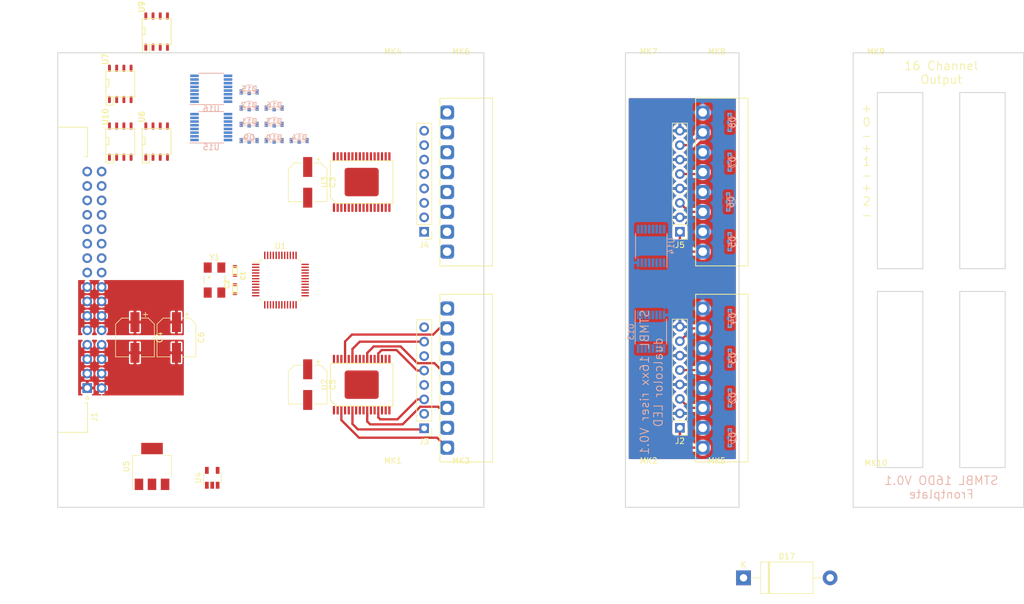
<source format=kicad_pcb>
(kicad_pcb (version 20171130) (host pcbnew "(5.1.0-rc1-120-gc4fe6785a)")
  (layers (0 F.Cu signal) (31 B.Cu signal) (34 B.Paste user) (35 F.Paste user) (36 B.SilkS user) (37 F.SilkS user) (38 B.Mask user) (39 F.Mask user) (44 Edge.Cuts user))
  (net 0 "")
  (net 1 OUT0)
  (net 2 OUT8)
  (net 3 OUT1)
  (net 4 OUT9)
  (net 5 OUT2)
  (net 6 OUT10)
  (net 7 OUT3)
  (net 8 OUT11)
  (net 9 OUT4)
  (net 10 OUT12)
  (net 11 OUT5)
  (net 12 OUT13)
  (net 13 OUT6)
  (net 14 OUT14)
  (net 15 OUT7)
  (net 16 OUT15)
  (net 17 "Net-(U1-Pad48)")
  (net 18 "Net-(U1-Pad28)")
  (net 19 "Net-(U1-Pad27)")
  (net 20 "Net-(U1-Pad22)")
  (net 21 "Net-(U1-Pad21)")
  (net 22 "Net-(U1-Pad20)")
  (net 23 "Net-(U1-Pad19)")
  (net 24 "Net-(U1-Pad14)")
  (net 25 "Net-(C2-Pad1)")
  (net 26 "Net-(C1-Pad1)")
  (net 27 "Net-(U1-Pad11)")
  (net 28 "Net-(U1-Pad10)")
  (net 29 "Net-(U1-Pad9)")
  (net 30 "Net-(U1-Pad8)")
  (net 31 "Net-(U1-Pad7)")
  (net 32 "Net-(U1-Pad4)")
  (net 33 "Net-(U1-Pad3)")
  (net 34 "Net-(U1-Pad2)")
  (net 35 "Net-(U1-Pad1)")
  (net 36 "Net-(U4-Pad5)")
  (net 37 "Net-(U4-Pad4)")
  (net 38 "Net-(U4-Pad3)")
  (net 39 "Net-(U4-Pad2)")
  (net 40 "Net-(U4-Pad1)")
  (net 41 "Net-(U5-Pad1)")
  (net 42 "Net-(U5-Pad3)")
  (net 43 "Net-(U5-Pad2)")
  (net 44 "Net-(U6-Pad1)")
  (net 45 "Net-(U6-Pad2)")
  (net 46 "Net-(U6-Pad3)")
  (net 47 "Net-(U6-Pad4)")
  (net 48 "Net-(U6-Pad5)")
  (net 49 "Net-(U6-Pad6)")
  (net 50 "Net-(U6-Pad7)")
  (net 51 "Net-(U6-Pad8)")
  (net 52 "Net-(U7-Pad8)")
  (net 53 "Net-(U7-Pad7)")
  (net 54 "Net-(U7-Pad6)")
  (net 55 "Net-(U7-Pad5)")
  (net 56 "Net-(U7-Pad4)")
  (net 57 "Net-(U7-Pad3)")
  (net 58 "Net-(U7-Pad2)")
  (net 59 "Net-(U7-Pad1)")
  (net 60 "Net-(U9-Pad1)")
  (net 61 "Net-(U9-Pad2)")
  (net 62 "Net-(U9-Pad3)")
  (net 63 "Net-(U9-Pad4)")
  (net 64 "Net-(U9-Pad5)")
  (net 65 "Net-(U9-Pad6)")
  (net 66 "Net-(U9-Pad7)")
  (net 67 "Net-(U9-Pad8)")
  (net 68 "Net-(U10-Pad8)")
  (net 69 "Net-(U10-Pad7)")
  (net 70 "Net-(U10-Pad6)")
  (net 71 "Net-(U10-Pad5)")
  (net 72 "Net-(U10-Pad4)")
  (net 73 "Net-(U10-Pad3)")
  (net 74 "Net-(U10-Pad2)")
  (net 75 "Net-(U10-Pad1)")
  (net 76 "Net-(C1-Pad2)")
  (net 77 "Net-(U2-Pad32)")
  (net 78 "Net-(U2-Pad30)")
  (net 79 "Net-(U2-Pad25)")
  (net 80 "Net-(U2-Pad24)")
  (net 81 "Net-(U2-Pad17)")
  (net 82 "Net-(U2-Pad9)")
  (net 83 "Net-(U2-Pad8)")
  (net 84 "Net-(U2-Pad4)")
  (net 85 "Net-(U2-Pad2)")
  (net 86 "Net-(U3-Pad30)")
  (net 87 "Net-(U3-Pad25)")
  (net 88 "Net-(U3-Pad24)")
  (net 89 "Net-(U3-Pad9)")
  (net 90 "Net-(U3-Pad8)")
  (net 91 "Net-(U3-Pad4)")
  (net 92 "Net-(U3-Pad2)")
  (net 93 GNDPWR)
  (net 94 "Net-(D1-Pad1)")
  (net 95 "Net-(D1-Pad2)")
  (net 96 "Net-(D2-Pad1)")
  (net 97 "Net-(D2-Pad2)")
  (net 98 "Net-(D3-Pad1)")
  (net 99 "Net-(D3-Pad2)")
  (net 100 "Net-(D4-Pad1)")
  (net 101 "Net-(D4-Pad2)")
  (net 102 "Net-(D5-Pad1)")
  (net 103 "Net-(D5-Pad2)")
  (net 104 "Net-(D6-Pad1)")
  (net 105 "Net-(D6-Pad2)")
  (net 106 "Net-(D7-Pad1)")
  (net 107 "Net-(D7-Pad2)")
  (net 108 "Net-(D8-Pad1)")
  (net 109 "Net-(D8-Pad2)")
  (net 110 "Net-(U13-Pad16)")
  (net 111 "Net-(U13-Pad14)")
  (net 112 "Net-(U13-Pad13)")
  (net 113 "Net-(U13-Pad12)")
  (net 114 "Net-(U13-Pad11)")
  (net 115 "Net-(U13-Pad10)")
  (net 116 "Net-(U13-Pad9)")
  (net 117 "Net-(U14-Pad16)")
  (net 118 "Net-(U14-Pad14)")
  (net 119 "Net-(U14-Pad13)")
  (net 120 "Net-(U14-Pad12)")
  (net 121 "Net-(U14-Pad11)")
  (net 122 "Net-(U14-Pad10)")
  (net 123 "Net-(U14-Pad9)")
  (net 124 "Net-(D1-Pad3)")
  (net 125 "Net-(D9-Pad1)")
  (net 126 "Net-(D9-Pad2)")
  (net 127 "Net-(D10-Pad3)")
  (net 128 "Net-(D10-Pad1)")
  (net 129 "Net-(D10-Pad2)")
  (net 130 "Net-(D11-Pad1)")
  (net 131 "Net-(D11-Pad2)")
  (net 132 "Net-(D12-Pad1)")
  (net 133 "Net-(D12-Pad2)")
  (net 134 "Net-(D13-Pad1)")
  (net 135 "Net-(D13-Pad2)")
  (net 136 "Net-(D14-Pad1)")
  (net 137 "Net-(D14-Pad2)")
  (net 138 "Net-(D15-Pad1)")
  (net 139 "Net-(D15-Pad2)")
  (net 140 "Net-(D16-Pad1)")
  (net 141 "Net-(D16-Pad2)")
  (net 142 "Net-(U15-Pad16)")
  (net 143 "Net-(U15-Pad14)")
  (net 144 "Net-(U15-Pad13)")
  (net 145 "Net-(U15-Pad12)")
  (net 146 "Net-(U15-Pad11)")
  (net 147 "Net-(U15-Pad10)")
  (net 148 "Net-(U15-Pad9)")
  (net 149 "Net-(U16-Pad16)")
  (net 150 "Net-(U16-Pad14)")
  (net 151 "Net-(U16-Pad13)")
  (net 152 "Net-(U16-Pad12)")
  (net 153 "Net-(U16-Pad11)")
  (net 154 "Net-(U16-Pad10)")
  (net 155 "Net-(U16-Pad9)")
  (net 156 +24V)
  (net 157 "Net-(U1-Pad47)")
  (net 158 "Net-(U1-Pad46)")
  (net 159 "Net-(U1-Pad45)")
  (net 160 "Net-(U1-Pad44)")
  (net 161 "Net-(U1-Pad43)")
  (net 162 "Net-(U1-Pad42)")
  (net 163 "Net-(U1-Pad41)")
  (net 164 "Net-(U1-Pad40)")
  (net 165 "Net-(U1-Pad39)")
  (net 166 "Net-(U1-Pad38)")
  (net 167 "Net-(U1-Pad37)")
  (net 168 "Net-(U1-Pad36)")
  (net 169 "Net-(U1-Pad35)")
  (net 170 "Net-(U1-Pad34)")
  (net 171 "Net-(U1-Pad33)")
  (net 172 "Net-(U1-Pad32)")
  (net 173 "Net-(U1-Pad31)")
  (net 174 "Net-(U1-Pad30)")
  (net 175 "Net-(U1-Pad29)")
  (net 176 "Net-(U1-Pad26)")
  (net 177 "Net-(U1-Pad25)")
  (net 178 "Net-(U1-Pad24)")
  (net 179 "Net-(U1-Pad23)")
  (net 180 "Net-(U1-Pad18)")
  (net 181 "Net-(U1-Pad17)")
  (net 182 "Net-(U1-Pad16)")
  (net 183 "Net-(U1-Pad15)")
  (net 184 "Net-(U1-Pad13)")
  (net 185 "Net-(U1-Pad12)")
  (net 186 "Net-(J1-Padb16)")
  (net 187 "Net-(J1-Pada16)")
  (net 188 "Net-(J1-Padb15)")
  (net 189 "Net-(J1-Pada15)")
  (net 190 "Net-(J1-Padb14)")
  (net 191 "Net-(J1-Pada14)")
  (net 192 "Net-(J1-Padb13)")
  (net 193 "Net-(J1-Pada13)")
  (net 194 "Net-(J1-Padb12)")
  (net 195 "Net-(J1-Pada12)")
  (net 196 "Net-(J1-Padb11)")
  (net 197 "Net-(J1-Pada11)")
  (net 198 "Net-(J1-Padb10)")
  (net 199 "Net-(J1-Pada10)")
  (net 200 "Net-(J1-Pada9)")
  (net 201 "Net-(J1-Padb9)")
  (net 202 PWM3)
  (net 203 EN_OUT)
  (net 204 SPI_CLK)
  (net 205 SPI_MISO)
  (net 206 PWM2)
  (net 207 PWM0)
  (net 208 SPI_MOSI)
  (net 209 PWM1)
  (module MountingHole:MountingHole_3.2mm_M3 (layer F.Cu) (at 220.076542 126.4)
    (fp_text reference MK10 (at 0 -4.2) (layer F.SilkS))
    (fp_text value Mounting_Hole)
    (pad 1 np_thru_hole circle (at 0 0) (size 3.2 3.2) (drill 3.2) (layers *.Cu *.Mask))
  )
  (module MountingHole:MountingHole_3.2mm_M3 (layer F.Cu) (at 220.076542 54)
    (fp_text reference MK9 (at 0 -4.2) (layer F.SilkS))
    (fp_text value Mounting_Hole)
    (pad 1 np_thru_hole circle (at 0 0) (size 3.2 3.2) (drill 3.2) (layers *.Cu *.Mask))
  )
  (module Diode_THT:D_DO-201AE_P15.24mm_Horizontal (layer F.Cu) (at 196.776542 142.4)
    (fp_text reference D17 (at 7.62 -3.77) (layer F.SilkS))
    (fp_text value 1.5KExxA)
    (fp_text user K (at 0 -2.3) (layer F.SilkS))
    (pad 2 thru_hole oval (at 15.24 0) (size 2.6 2.6) (drill 1.3) (layers *.Cu *.Mask) (net 93 GNDPWR))
    (pad 1 thru_hole rect (at 0 0) (size 2.6 2.6) (drill 1.3) (layers *.Cu *.Mask) (net 156 +24V))
  )
  (module Connector_DIN:DIN41612_B2_2x16_Horizontal (layer F.Cu) (at 81.276542 109 90)
    (fp_text reference J1 (at -5.08 1.27 90) (layer F.SilkS))
    (fp_text value Conn_02x16_Row_Letter_First)
    (pad "" np_thru_hole circle (at 43.18 -2.54 90) (size 2.8 2.8) (drill 2.8) (layers *.Cu *.Mask))
    (pad "" np_thru_hole circle (at -5.08 -2.54 90) (size 2.8 2.8) (drill 2.8) (layers *.Cu *.Mask))
    (pad b16 thru_hole circle (at 38.1 2.54 90) (size 1.7 1.7) (drill 1) (layers *.Cu *.Mask) (net 186 "Net-(J1-Padb16)"))
    (pad a16 thru_hole circle (at 38.1 0 90) (size 1.7 1.7) (drill 1) (layers *.Cu *.Mask) (net 187 "Net-(J1-Pada16)"))
    (pad b15 thru_hole circle (at 35.56 2.54 90) (size 1.7 1.7) (drill 1) (layers *.Cu *.Mask) (net 188 "Net-(J1-Padb15)"))
    (pad a15 thru_hole circle (at 35.56 0 90) (size 1.7 1.7) (drill 1) (layers *.Cu *.Mask) (net 189 "Net-(J1-Pada15)"))
    (pad b14 thru_hole circle (at 33.02 2.54 90) (size 1.7 1.7) (drill 1) (layers *.Cu *.Mask) (net 190 "Net-(J1-Padb14)"))
    (pad a14 thru_hole circle (at 33.02 0 90) (size 1.7 1.7) (drill 1) (layers *.Cu *.Mask) (net 191 "Net-(J1-Pada14)"))
    (pad b13 thru_hole circle (at 30.48 2.54 90) (size 1.7 1.7) (drill 1) (layers *.Cu *.Mask) (net 192 "Net-(J1-Padb13)"))
    (pad a13 thru_hole circle (at 30.48 0 90) (size 1.7 1.7) (drill 1) (layers *.Cu *.Mask) (net 193 "Net-(J1-Pada13)"))
    (pad b12 thru_hole circle (at 27.94 2.54 90) (size 1.7 1.7) (drill 1) (layers *.Cu *.Mask) (net 194 "Net-(J1-Padb12)"))
    (pad a12 thru_hole circle (at 27.94 0 90) (size 1.7 1.7) (drill 1) (layers *.Cu *.Mask) (net 195 "Net-(J1-Pada12)"))
    (pad b11 thru_hole circle (at 25.4 2.54 90) (size 1.7 1.7) (drill 1) (layers *.Cu *.Mask) (net 196 "Net-(J1-Padb11)"))
    (pad a11 thru_hole circle (at 25.4 0 90) (size 1.7 1.7) (drill 1) (layers *.Cu *.Mask) (net 197 "Net-(J1-Pada11)"))
    (pad b10 thru_hole circle (at 22.86 2.54 90) (size 1.7 1.7) (drill 1) (layers *.Cu *.Mask) (net 198 "Net-(J1-Padb10)"))
    (pad a10 thru_hole circle (at 22.86 0 90) (size 1.7 1.7) (drill 1) (layers *.Cu *.Mask) (net 199 "Net-(J1-Pada10)"))
    (pad b9 thru_hole circle (at 20.32 2.54 90) (size 1.7 1.7) (drill 1) (layers *.Cu *.Mask) (net 201 "Net-(J1-Padb9)"))
    (pad a9 thru_hole circle (at 20.32 0 90) (size 1.7 1.7) (drill 1) (layers *.Cu *.Mask) (net 200 "Net-(J1-Pada9)"))
    (pad b8 thru_hole circle (at 17.78 2.54 90) (size 1.7 1.7) (drill 1) (layers *.Cu *.Mask) (net 156 +24V))
    (pad a8 thru_hole circle (at 17.78 0 90) (size 1.7 1.7) (drill 1) (layers *.Cu *.Mask) (net 156 +24V))
    (pad b7 thru_hole circle (at 15.24 2.54 90) (size 1.7 1.7) (drill 1) (layers *.Cu *.Mask) (net 156 +24V))
    (pad a7 thru_hole circle (at 15.24 0 90) (size 1.7 1.7) (drill 1) (layers *.Cu *.Mask) (net 156 +24V))
    (pad b6 thru_hole circle (at 12.7 2.54 90) (size 1.7 1.7) (drill 1) (layers *.Cu *.Mask) (net 156 +24V))
    (pad a6 thru_hole circle (at 12.7 0 90) (size 1.7 1.7) (drill 1) (layers *.Cu *.Mask) (net 156 +24V))
    (pad b5 thru_hole circle (at 10.16 2.54 90) (size 1.7 1.7) (drill 1) (layers *.Cu *.Mask) (net 156 +24V))
    (pad a5 thru_hole circle (at 10.16 0 90) (size 1.7 1.7) (drill 1) (layers *.Cu *.Mask) (net 156 +24V))
    (pad b4 thru_hole circle (at 7.62 2.54 90) (size 1.7 1.7) (drill 1) (layers *.Cu *.Mask) (net 93 GNDPWR))
    (pad a4 thru_hole circle (at 7.62 0 90) (size 1.7 1.7) (drill 1) (layers *.Cu *.Mask) (net 93 GNDPWR))
    (pad b3 thru_hole circle (at 5.08 2.54 90) (size 1.7 1.7) (drill 1) (layers *.Cu *.Mask) (net 93 GNDPWR))
    (pad a3 thru_hole circle (at 5.08 0 90) (size 1.7 1.7) (drill 1) (layers *.Cu *.Mask) (net 93 GNDPWR))
    (pad b2 thru_hole circle (at 2.54 2.54 90) (size 1.7 1.7) (drill 1) (layers *.Cu *.Mask) (net 93 GNDPWR))
    (pad a2 thru_hole circle (at 2.54 0 90) (size 1.7 1.7) (drill 1) (layers *.Cu *.Mask) (net 93 GNDPWR))
    (pad b1 thru_hole circle (at 0 2.54 90) (size 1.7 1.7) (drill 1) (layers *.Cu *.Mask) (net 93 GNDPWR))
    (pad a1 thru_hole rect (at 0 0 90) (size 1.7 1.7) (drill 1) (layers *.Cu *.Mask) (net 93 GNDPWR))
  )
  (module Package_QFP:LQFP-48_7x7mm_P0.5mm (layer F.Cu) (at 115.276542 90)
    (fp_text reference U1 (at 0 -6) (layer F.SilkS))
    (fp_text value STM32F030CCTx)
    (pad 48 smd rect (at -2.75 -4.35 90) (size 1.3 0.25) (layers F.Cu F.Paste F.Mask) (net 17 "Net-(U1-Pad48)"))
    (pad 47 smd rect (at -2.25 -4.35 90) (size 1.3 0.25) (layers F.Cu F.Paste F.Mask) (net 157 "Net-(U1-Pad47)"))
    (pad 46 smd rect (at -1.75 -4.35 90) (size 1.3 0.25) (layers F.Cu F.Paste F.Mask) (net 158 "Net-(U1-Pad46)"))
    (pad 45 smd rect (at -1.25 -4.35 90) (size 1.3 0.25) (layers F.Cu F.Paste F.Mask) (net 159 "Net-(U1-Pad45)"))
    (pad 44 smd rect (at -0.75 -4.35 90) (size 1.3 0.25) (layers F.Cu F.Paste F.Mask) (net 160 "Net-(U1-Pad44)"))
    (pad 43 smd rect (at -0.25 -4.35 90) (size 1.3 0.25) (layers F.Cu F.Paste F.Mask) (net 161 "Net-(U1-Pad43)"))
    (pad 42 smd rect (at 0.25 -4.35 90) (size 1.3 0.25) (layers F.Cu F.Paste F.Mask) (net 162 "Net-(U1-Pad42)"))
    (pad 41 smd rect (at 0.75 -4.35 90) (size 1.3 0.25) (layers F.Cu F.Paste F.Mask) (net 163 "Net-(U1-Pad41)"))
    (pad 40 smd rect (at 1.25 -4.35 90) (size 1.3 0.25) (layers F.Cu F.Paste F.Mask) (net 164 "Net-(U1-Pad40)"))
    (pad 39 smd rect (at 1.75 -4.35 90) (size 1.3 0.25) (layers F.Cu F.Paste F.Mask) (net 165 "Net-(U1-Pad39)"))
    (pad 38 smd rect (at 2.25 -4.35 90) (size 1.3 0.25) (layers F.Cu F.Paste F.Mask) (net 166 "Net-(U1-Pad38)"))
    (pad 37 smd rect (at 2.75 -4.35 90) (size 1.3 0.25) (layers F.Cu F.Paste F.Mask) (net 167 "Net-(U1-Pad37)"))
    (pad 36 smd rect (at 4.35 -2.75) (size 1.3 0.25) (layers F.Cu F.Paste F.Mask) (net 168 "Net-(U1-Pad36)"))
    (pad 35 smd rect (at 4.35 -2.25) (size 1.3 0.25) (layers F.Cu F.Paste F.Mask) (net 169 "Net-(U1-Pad35)"))
    (pad 34 smd rect (at 4.35 -1.75) (size 1.3 0.25) (layers F.Cu F.Paste F.Mask) (net 170 "Net-(U1-Pad34)"))
    (pad 33 smd rect (at 4.35 -1.25) (size 1.3 0.25) (layers F.Cu F.Paste F.Mask) (net 171 "Net-(U1-Pad33)"))
    (pad 32 smd rect (at 4.35 -0.75) (size 1.3 0.25) (layers F.Cu F.Paste F.Mask) (net 172 "Net-(U1-Pad32)"))
    (pad 31 smd rect (at 4.35 -0.25) (size 1.3 0.25) (layers F.Cu F.Paste F.Mask) (net 173 "Net-(U1-Pad31)"))
    (pad 30 smd rect (at 4.35 0.25) (size 1.3 0.25) (layers F.Cu F.Paste F.Mask) (net 174 "Net-(U1-Pad30)"))
    (pad 29 smd rect (at 4.35 0.75) (size 1.3 0.25) (layers F.Cu F.Paste F.Mask) (net 175 "Net-(U1-Pad29)"))
    (pad 28 smd rect (at 4.35 1.25) (size 1.3 0.25) (layers F.Cu F.Paste F.Mask) (net 18 "Net-(U1-Pad28)"))
    (pad 27 smd rect (at 4.35 1.75) (size 1.3 0.25) (layers F.Cu F.Paste F.Mask) (net 19 "Net-(U1-Pad27)"))
    (pad 26 smd rect (at 4.35 2.25) (size 1.3 0.25) (layers F.Cu F.Paste F.Mask) (net 176 "Net-(U1-Pad26)"))
    (pad 25 smd rect (at 4.35 2.75) (size 1.3 0.25) (layers F.Cu F.Paste F.Mask) (net 177 "Net-(U1-Pad25)"))
    (pad 24 smd rect (at 2.75 4.35 90) (size 1.3 0.25) (layers F.Cu F.Paste F.Mask) (net 178 "Net-(U1-Pad24)"))
    (pad 23 smd rect (at 2.25 4.35 90) (size 1.3 0.25) (layers F.Cu F.Paste F.Mask) (net 179 "Net-(U1-Pad23)"))
    (pad 22 smd rect (at 1.75 4.35 90) (size 1.3 0.25) (layers F.Cu F.Paste F.Mask) (net 20 "Net-(U1-Pad22)"))
    (pad 21 smd rect (at 1.25 4.35 90) (size 1.3 0.25) (layers F.Cu F.Paste F.Mask) (net 21 "Net-(U1-Pad21)"))
    (pad 20 smd rect (at 0.75 4.35 90) (size 1.3 0.25) (layers F.Cu F.Paste F.Mask) (net 22 "Net-(U1-Pad20)"))
    (pad 19 smd rect (at 0.25 4.35 90) (size 1.3 0.25) (layers F.Cu F.Paste F.Mask) (net 23 "Net-(U1-Pad19)"))
    (pad 18 smd rect (at -0.25 4.35 90) (size 1.3 0.25) (layers F.Cu F.Paste F.Mask) (net 180 "Net-(U1-Pad18)"))
    (pad 17 smd rect (at -0.75 4.35 90) (size 1.3 0.25) (layers F.Cu F.Paste F.Mask) (net 181 "Net-(U1-Pad17)"))
    (pad 16 smd rect (at -1.25 4.35 90) (size 1.3 0.25) (layers F.Cu F.Paste F.Mask) (net 182 "Net-(U1-Pad16)"))
    (pad 15 smd rect (at -1.75 4.35 90) (size 1.3 0.25) (layers F.Cu F.Paste F.Mask) (net 183 "Net-(U1-Pad15)"))
    (pad 14 smd rect (at -2.25 4.35 90) (size 1.3 0.25) (layers F.Cu F.Paste F.Mask) (net 24 "Net-(U1-Pad14)"))
    (pad 13 smd rect (at -2.75 4.35 90) (size 1.3 0.25) (layers F.Cu F.Paste F.Mask) (net 184 "Net-(U1-Pad13)"))
    (pad 12 smd rect (at -4.35 2.75) (size 1.3 0.25) (layers F.Cu F.Paste F.Mask) (net 185 "Net-(U1-Pad12)"))
    (pad 11 smd rect (at -4.35 2.25) (size 1.3 0.25) (layers F.Cu F.Paste F.Mask) (net 27 "Net-(U1-Pad11)"))
    (pad 10 smd rect (at -4.35 1.75) (size 1.3 0.25) (layers F.Cu F.Paste F.Mask) (net 28 "Net-(U1-Pad10)"))
    (pad 9 smd rect (at -4.35 1.25) (size 1.3 0.25) (layers F.Cu F.Paste F.Mask) (net 29 "Net-(U1-Pad9)"))
    (pad 8 smd rect (at -4.35 0.75) (size 1.3 0.25) (layers F.Cu F.Paste F.Mask) (net 30 "Net-(U1-Pad8)"))
    (pad 7 smd rect (at -4.35 0.25) (size 1.3 0.25) (layers F.Cu F.Paste F.Mask) (net 31 "Net-(U1-Pad7)"))
    (pad 6 smd rect (at -4.35 -0.25) (size 1.3 0.25) (layers F.Cu F.Paste F.Mask) (net 25 "Net-(C2-Pad1)"))
    (pad 5 smd rect (at -4.35 -0.75) (size 1.3 0.25) (layers F.Cu F.Paste F.Mask) (net 26 "Net-(C1-Pad1)"))
    (pad 4 smd rect (at -4.35 -1.25) (size 1.3 0.25) (layers F.Cu F.Paste F.Mask) (net 32 "Net-(U1-Pad4)"))
    (pad 3 smd rect (at -4.35 -1.75) (size 1.3 0.25) (layers F.Cu F.Paste F.Mask) (net 33 "Net-(U1-Pad3)"))
    (pad 2 smd rect (at -4.35 -2.25) (size 1.3 0.25) (layers F.Cu F.Paste F.Mask) (net 34 "Net-(U1-Pad2)"))
    (pad 1 smd rect (at -4.35 -2.75) (size 1.3 0.25) (layers F.Cu F.Paste F.Mask) (net 35 "Net-(U1-Pad1)"))
  )
  (module Capacitor_SMD:CP_Elec_6.3x7.7 (layer F.Cu) (at 96.976542 100.1 270)
    (fp_text reference C6 (at 0 -4.35 270) (layer F.SilkS))
    (fp_text value 100µ)
    (pad 2 smd rect (at 2.7 0 270) (size 3.5 1.6) (layers F.Cu F.Paste F.Mask) (net 93 GNDPWR))
    (pad 1 smd rect (at -2.7 0 270) (size 3.5 1.6) (layers F.Cu F.Paste F.Mask) (net 156 +24V))
  )
  (module Capacitor_SMD:CP_Elec_6.3x7.7 (layer F.Cu) (at 120.076542 108.4 270)
    (fp_text reference C5 (at 0 -4.35 270) (layer F.SilkS))
    (fp_text value 100µ)
    (pad 2 smd rect (at 2.7 0 270) (size 3.5 1.6) (layers F.Cu F.Paste F.Mask) (net 93 GNDPWR))
    (pad 1 smd rect (at -2.7 0 270) (size 3.5 1.6) (layers F.Cu F.Paste F.Mask) (net 156 +24V))
  )
  (module Capacitor_SMD:CP_Elec_6.3x7.7 (layer F.Cu) (at 89.676542 100.1 270)
    (fp_text reference C4 (at 0 -4.35 270) (layer F.SilkS))
    (fp_text value 100µ)
    (pad 2 smd rect (at 2.7 0 270) (size 3.5 1.6) (layers F.Cu F.Paste F.Mask) (net 93 GNDPWR))
    (pad 1 smd rect (at -2.7 0 270) (size 3.5 1.6) (layers F.Cu F.Paste F.Mask) (net 156 +24V))
  )
  (module Capacitor_SMD:CP_Elec_6.3x7.7 (layer F.Cu) (at 120.076542 72.8 270)
    (fp_text reference C3 (at 0 -4.35 270) (layer F.SilkS))
    (fp_text value 100µ)
    (pad 2 smd rect (at 2.7 0 270) (size 3.5 1.6) (layers F.Cu F.Paste F.Mask) (net 93 GNDPWR))
    (pad 1 smd rect (at -2.7 0 270) (size 3.5 1.6) (layers F.Cu F.Paste F.Mask) (net 156 +24V))
  )
  (module stmbl:C_0603 (layer F.Cu) (at 107.276542 91.6 270)
    (fp_text reference C2 (at -0.834 1.416 270) (layer F.SilkS) (effects (font (size 0.8 0.8) (thickness 0.2))))
    (fp_text value C)
    (pad 2 smd roundrect (at 0.75 0 270) (size 0.59 0.8) (layers F.Cu F.Paste F.Mask) (net 76 "Net-(C1-Pad2)"))
    (pad 1 smd roundrect (at -0.75 0 270) (size 0.59 0.8) (layers F.Cu F.Paste F.Mask) (net 25 "Net-(C2-Pad1)"))
  )
  (module Package_SO:TSSOP-16_4.4x5mm_P0.65mm (layer B.Cu) (at 103.101543 56.324999)
    (fp_text reference U16 (at 0 3.55) (layer B.SilkS) (effects (justify mirror)))
    (fp_text value 74HC595)
    (pad 16 smd rect (at 2.95 2.275) (size 1.5 0.45) (layers B.Cu B.Paste B.Mask) (net 149 "Net-(U16-Pad16)"))
    (pad 15 smd rect (at 2.95 1.625) (size 1.5 0.45) (layers B.Cu B.Paste B.Mask) (net 135 "Net-(D13-Pad2)"))
    (pad 14 smd rect (at 2.95 0.975) (size 1.5 0.45) (layers B.Cu B.Paste B.Mask) (net 150 "Net-(U16-Pad14)"))
    (pad 13 smd rect (at 2.95 0.325) (size 1.5 0.45) (layers B.Cu B.Paste B.Mask) (net 151 "Net-(U16-Pad13)"))
    (pad 12 smd rect (at 2.95 -0.325) (size 1.5 0.45) (layers B.Cu B.Paste B.Mask) (net 152 "Net-(U16-Pad12)"))
    (pad 11 smd rect (at 2.95 -0.975) (size 1.5 0.45) (layers B.Cu B.Paste B.Mask) (net 153 "Net-(U16-Pad11)"))
    (pad 10 smd rect (at 2.95 -1.625) (size 1.5 0.45) (layers B.Cu B.Paste B.Mask) (net 154 "Net-(U16-Pad10)"))
    (pad 9 smd rect (at 2.95 -2.275) (size 1.5 0.45) (layers B.Cu B.Paste B.Mask) (net 155 "Net-(U16-Pad9)"))
    (pad 8 smd rect (at -2.95 -2.275) (size 1.5 0.45) (layers B.Cu B.Paste B.Mask) (net 93 GNDPWR))
    (pad 7 smd rect (at -2.95 -1.625) (size 1.5 0.45) (layers B.Cu B.Paste B.Mask) (net 140 "Net-(D16-Pad1)"))
    (pad 6 smd rect (at -2.95 -0.975) (size 1.5 0.45) (layers B.Cu B.Paste B.Mask) (net 141 "Net-(D16-Pad2)"))
    (pad 5 smd rect (at -2.95 -0.325) (size 1.5 0.45) (layers B.Cu B.Paste B.Mask) (net 138 "Net-(D15-Pad1)"))
    (pad 4 smd rect (at -2.95 0.325) (size 1.5 0.45) (layers B.Cu B.Paste B.Mask) (net 139 "Net-(D15-Pad2)"))
    (pad 3 smd rect (at -2.95 0.975) (size 1.5 0.45) (layers B.Cu B.Paste B.Mask) (net 136 "Net-(D14-Pad1)"))
    (pad 2 smd rect (at -2.95 1.625) (size 1.5 0.45) (layers B.Cu B.Paste B.Mask) (net 137 "Net-(D14-Pad2)"))
    (pad 1 smd rect (at -2.95 2.275) (size 1.5 0.45) (layers B.Cu B.Paste B.Mask) (net 134 "Net-(D13-Pad1)"))
  )
  (module Package_SO:TSSOP-16_4.4x5mm_P0.65mm (layer B.Cu) (at 103.101543 63.074999)
    (fp_text reference U15 (at 0 3.55) (layer B.SilkS) (effects (justify mirror)))
    (fp_text value 74HC595)
    (pad 16 smd rect (at 2.95 2.275) (size 1.5 0.45) (layers B.Cu B.Paste B.Mask) (net 142 "Net-(U15-Pad16)"))
    (pad 15 smd rect (at 2.95 1.625) (size 1.5 0.45) (layers B.Cu B.Paste B.Mask) (net 126 "Net-(D9-Pad2)"))
    (pad 14 smd rect (at 2.95 0.975) (size 1.5 0.45) (layers B.Cu B.Paste B.Mask) (net 143 "Net-(U15-Pad14)"))
    (pad 13 smd rect (at 2.95 0.325) (size 1.5 0.45) (layers B.Cu B.Paste B.Mask) (net 144 "Net-(U15-Pad13)"))
    (pad 12 smd rect (at 2.95 -0.325) (size 1.5 0.45) (layers B.Cu B.Paste B.Mask) (net 145 "Net-(U15-Pad12)"))
    (pad 11 smd rect (at 2.95 -0.975) (size 1.5 0.45) (layers B.Cu B.Paste B.Mask) (net 146 "Net-(U15-Pad11)"))
    (pad 10 smd rect (at 2.95 -1.625) (size 1.5 0.45) (layers B.Cu B.Paste B.Mask) (net 147 "Net-(U15-Pad10)"))
    (pad 9 smd rect (at 2.95 -2.275) (size 1.5 0.45) (layers B.Cu B.Paste B.Mask) (net 148 "Net-(U15-Pad9)"))
    (pad 8 smd rect (at -2.95 -2.275) (size 1.5 0.45) (layers B.Cu B.Paste B.Mask) (net 93 GNDPWR))
    (pad 7 smd rect (at -2.95 -1.625) (size 1.5 0.45) (layers B.Cu B.Paste B.Mask) (net 132 "Net-(D12-Pad1)"))
    (pad 6 smd rect (at -2.95 -0.975) (size 1.5 0.45) (layers B.Cu B.Paste B.Mask) (net 133 "Net-(D12-Pad2)"))
    (pad 5 smd rect (at -2.95 -0.325) (size 1.5 0.45) (layers B.Cu B.Paste B.Mask) (net 130 "Net-(D11-Pad1)"))
    (pad 4 smd rect (at -2.95 0.325) (size 1.5 0.45) (layers B.Cu B.Paste B.Mask) (net 131 "Net-(D11-Pad2)"))
    (pad 3 smd rect (at -2.95 0.975) (size 1.5 0.45) (layers B.Cu B.Paste B.Mask) (net 128 "Net-(D10-Pad1)"))
    (pad 2 smd rect (at -2.95 1.625) (size 1.5 0.45) (layers B.Cu B.Paste B.Mask) (net 129 "Net-(D10-Pad2)"))
    (pad 1 smd rect (at -2.95 2.275) (size 1.5 0.45) (layers B.Cu B.Paste B.Mask) (net 125 "Net-(D9-Pad1)"))
  )
  (module stmbl:LED1206Duo-SIDE (layer B.Cu) (at 114.176542 59.75)
    (fp_text reference D16 (at 0 -0.5) (layer B.SilkS) (effects (justify mirror)))
    (fp_text value LED_Dual_CCA)
    (pad 1 smd rect (at 1.4 0) (size 0.6 0.9) (layers B.Cu B.Paste B.Mask) (net 140 "Net-(D16-Pad1)"))
    (pad 2 smd rect (at 0 0.275) (size 0.6 0.55) (layers B.Cu B.Paste B.Mask) (net 141 "Net-(D16-Pad2)"))
    (pad 3 smd rect (at -1.4 0) (size 0.6 0.9) (layers B.Cu B.Paste B.Mask) (net 127 "Net-(D10-Pad3)"))
  )
  (module stmbl:LED1206Duo-SIDE (layer B.Cu) (at 109.776542 56.9)
    (fp_text reference D15 (at 0 -0.5) (layer B.SilkS) (effects (justify mirror)))
    (fp_text value LED_Dual_CCA)
    (pad 1 smd rect (at 1.4 0) (size 0.6 0.9) (layers B.Cu B.Paste B.Mask) (net 138 "Net-(D15-Pad1)"))
    (pad 2 smd rect (at 0 0.275) (size 0.6 0.55) (layers B.Cu B.Paste B.Mask) (net 139 "Net-(D15-Pad2)"))
    (pad 3 smd rect (at -1.4 0) (size 0.6 0.9) (layers B.Cu B.Paste B.Mask) (net 127 "Net-(D10-Pad3)"))
  )
  (module stmbl:LED1206Duo-SIDE (layer B.Cu) (at 118.576542 65.45)
    (fp_text reference D14 (at 0 -0.5) (layer B.SilkS) (effects (justify mirror)))
    (fp_text value LED_Dual_CCA)
    (pad 1 smd rect (at 1.4 0) (size 0.6 0.9) (layers B.Cu B.Paste B.Mask) (net 136 "Net-(D14-Pad1)"))
    (pad 2 smd rect (at 0 0.275) (size 0.6 0.55) (layers B.Cu B.Paste B.Mask) (net 137 "Net-(D14-Pad2)"))
    (pad 3 smd rect (at -1.4 0) (size 0.6 0.9) (layers B.Cu B.Paste B.Mask) (net 127 "Net-(D10-Pad3)"))
  )
  (module stmbl:LED1206Duo-SIDE (layer B.Cu) (at 114.176542 62.6)
    (fp_text reference D13 (at 0 -0.5) (layer B.SilkS) (effects (justify mirror)))
    (fp_text value LED_Dual_CCA)
    (pad 1 smd rect (at 1.4 0) (size 0.6 0.9) (layers B.Cu B.Paste B.Mask) (net 134 "Net-(D13-Pad1)"))
    (pad 2 smd rect (at 0 0.275) (size 0.6 0.55) (layers B.Cu B.Paste B.Mask) (net 135 "Net-(D13-Pad2)"))
    (pad 3 smd rect (at -1.4 0) (size 0.6 0.9) (layers B.Cu B.Paste B.Mask) (net 127 "Net-(D10-Pad3)"))
  )
  (module stmbl:LED1206Duo-SIDE (layer B.Cu) (at 109.776542 59.75)
    (fp_text reference D12 (at 0 -0.5) (layer B.SilkS) (effects (justify mirror)))
    (fp_text value LED_Dual_CCA)
    (pad 1 smd rect (at 1.4 0) (size 0.6 0.9) (layers B.Cu B.Paste B.Mask) (net 132 "Net-(D12-Pad1)"))
    (pad 2 smd rect (at 0 0.275) (size 0.6 0.55) (layers B.Cu B.Paste B.Mask) (net 133 "Net-(D12-Pad2)"))
    (pad 3 smd rect (at -1.4 0) (size 0.6 0.9) (layers B.Cu B.Paste B.Mask) (net 127 "Net-(D10-Pad3)"))
  )
  (module stmbl:LED1206Duo-SIDE (layer B.Cu) (at 109.776542 62.6)
    (fp_text reference D11 (at 0 -0.5) (layer B.SilkS) (effects (justify mirror)))
    (fp_text value LED_Dual_CCA)
    (pad 1 smd rect (at 1.4 0) (size 0.6 0.9) (layers B.Cu B.Paste B.Mask) (net 130 "Net-(D11-Pad1)"))
    (pad 2 smd rect (at 0 0.275) (size 0.6 0.55) (layers B.Cu B.Paste B.Mask) (net 131 "Net-(D11-Pad2)"))
    (pad 3 smd rect (at -1.4 0) (size 0.6 0.9) (layers B.Cu B.Paste B.Mask) (net 127 "Net-(D10-Pad3)"))
  )
  (module stmbl:LED1206Duo-SIDE (layer B.Cu) (at 114.176542 65.45)
    (fp_text reference D10 (at 0 -0.5) (layer B.SilkS) (effects (justify mirror)))
    (fp_text value LED_Dual_CCA)
    (pad 1 smd rect (at 1.4 0) (size 0.6 0.9) (layers B.Cu B.Paste B.Mask) (net 128 "Net-(D10-Pad1)"))
    (pad 2 smd rect (at 0 0.275) (size 0.6 0.55) (layers B.Cu B.Paste B.Mask) (net 129 "Net-(D10-Pad2)"))
    (pad 3 smd rect (at -1.4 0) (size 0.6 0.9) (layers B.Cu B.Paste B.Mask) (net 127 "Net-(D10-Pad3)"))
  )
  (module stmbl:LED1206Duo-SIDE (layer B.Cu) (at 109.776542 65.45)
    (fp_text reference D9 (at 0 -0.5) (layer B.SilkS) (effects (justify mirror)))
    (fp_text value LED_Dual_CCA)
    (pad 1 smd rect (at 1.4 0) (size 0.6 0.9) (layers B.Cu B.Paste B.Mask) (net 125 "Net-(D9-Pad1)"))
    (pad 2 smd rect (at 0 0.275) (size 0.6 0.55) (layers B.Cu B.Paste B.Mask) (net 126 "Net-(D9-Pad2)"))
    (pad 3 smd rect (at -1.4 0) (size 0.6 0.9) (layers B.Cu B.Paste B.Mask) (net 127 "Net-(D10-Pad3)"))
  )
  (module Connector_PinHeader_2.54mm:PinHeader_1x08_P2.54mm_Vertical (layer F.Cu) (at 185.576542 81.5 180)
    (fp_text reference J5 (at 0 -2.33 180) (layer F.SilkS))
    (fp_text value CONN_01X16)
    (pad 8 thru_hole oval (at 0 17.78 180) (size 1.7 1.7) (drill 1) (layers *.Cu *.Mask) (net 93 GNDPWR))
    (pad 7 thru_hole oval (at 0 15.24 180) (size 1.7 1.7) (drill 1) (layers *.Cu *.Mask) (net 8 OUT11))
    (pad 6 thru_hole oval (at 0 12.7 180) (size 1.7 1.7) (drill 1) (layers *.Cu *.Mask) (net 93 GNDPWR))
    (pad 5 thru_hole oval (at 0 10.16 180) (size 1.7 1.7) (drill 1) (layers *.Cu *.Mask) (net 6 OUT10))
    (pad 4 thru_hole oval (at 0 7.62 180) (size 1.7 1.7) (drill 1) (layers *.Cu *.Mask) (net 93 GNDPWR))
    (pad 3 thru_hole oval (at 0 5.08 180) (size 1.7 1.7) (drill 1) (layers *.Cu *.Mask) (net 4 OUT9))
    (pad 2 thru_hole oval (at 0 2.54 180) (size 1.7 1.7) (drill 1) (layers *.Cu *.Mask) (net 93 GNDPWR))
    (pad 1 thru_hole rect (at 0 0 180) (size 1.7 1.7) (drill 1) (layers *.Cu *.Mask) (net 2 OUT8))
  )
  (module Connector_PinHeader_2.54mm:PinHeader_1x08_P2.54mm_Vertical (layer F.Cu) (at 140.576542 81.5 180)
    (fp_text reference J4 (at 0 -2.33 180) (layer F.SilkS))
    (fp_text value CONN_01X16)
    (pad 8 thru_hole oval (at 0 17.78 180) (size 1.7 1.7) (drill 1) (layers *.Cu *.Mask) (net 93 GNDPWR))
    (pad 7 thru_hole oval (at 0 15.24 180) (size 1.7 1.7) (drill 1) (layers *.Cu *.Mask) (net 8 OUT11))
    (pad 6 thru_hole oval (at 0 12.7 180) (size 1.7 1.7) (drill 1) (layers *.Cu *.Mask) (net 93 GNDPWR))
    (pad 5 thru_hole oval (at 0 10.16 180) (size 1.7 1.7) (drill 1) (layers *.Cu *.Mask) (net 6 OUT10))
    (pad 4 thru_hole oval (at 0 7.62 180) (size 1.7 1.7) (drill 1) (layers *.Cu *.Mask) (net 93 GNDPWR))
    (pad 3 thru_hole oval (at 0 5.08 180) (size 1.7 1.7) (drill 1) (layers *.Cu *.Mask) (net 4 OUT9))
    (pad 2 thru_hole oval (at 0 2.54 180) (size 1.7 1.7) (drill 1) (layers *.Cu *.Mask) (net 93 GNDPWR))
    (pad 1 thru_hole rect (at 0 0 180) (size 1.7 1.7) (drill 1) (layers *.Cu *.Mask) (net 2 OUT8))
  )
  (module stmbl:LED1206Duo-SIDE (layer B.Cu) (at 194.326542 62.25 270)
    (fp_text reference D8 (at 0 -0.5 270) (layer B.SilkS) (effects (justify mirror)))
    (fp_text value LED_Dual_CCA)
    (pad 1 smd rect (at 1.4 0 270) (size 0.6 0.9) (layers B.Cu B.Paste B.Mask) (net 108 "Net-(D8-Pad1)"))
    (pad 2 smd rect (at 0 0.275 270) (size 0.6 0.55) (layers B.Cu B.Paste B.Mask) (net 109 "Net-(D8-Pad2)"))
    (pad 3 smd rect (at -1.4 0 270) (size 0.6 0.9) (layers B.Cu B.Paste B.Mask) (net 124 "Net-(D1-Pad3)"))
  )
  (module stmbl:LED1206Duo-SIDE (layer B.Cu) (at 194.326542 69.25 270)
    (fp_text reference D7 (at 0 -0.5 270) (layer B.SilkS) (effects (justify mirror)))
    (fp_text value LED_Dual_CCA)
    (pad 1 smd rect (at 1.4 0 270) (size 0.6 0.9) (layers B.Cu B.Paste B.Mask) (net 106 "Net-(D7-Pad1)"))
    (pad 2 smd rect (at 0 0.275 270) (size 0.6 0.55) (layers B.Cu B.Paste B.Mask) (net 107 "Net-(D7-Pad2)"))
    (pad 3 smd rect (at -1.4 0 270) (size 0.6 0.9) (layers B.Cu B.Paste B.Mask) (net 124 "Net-(D1-Pad3)"))
  )
  (module stmbl:LED1206Duo-SIDE (layer B.Cu) (at 194.076542 76.25 270)
    (fp_text reference D6 (at 0 -0.5 270) (layer B.SilkS) (effects (justify mirror)))
    (fp_text value LED_Dual_CCA)
    (pad 1 smd rect (at 1.4 0 270) (size 0.6 0.9) (layers B.Cu B.Paste B.Mask) (net 104 "Net-(D6-Pad1)"))
    (pad 2 smd rect (at 0 0.275 270) (size 0.6 0.55) (layers B.Cu B.Paste B.Mask) (net 105 "Net-(D6-Pad2)"))
    (pad 3 smd rect (at -1.4 0 270) (size 0.6 0.9) (layers B.Cu B.Paste B.Mask) (net 124 "Net-(D1-Pad3)"))
  )
  (module stmbl:LED1206Duo-SIDE (layer B.Cu) (at 194.326542 83.25 270)
    (fp_text reference D5 (at 0 -0.5 270) (layer B.SilkS) (effects (justify mirror)))
    (fp_text value LED_Dual_CCA)
    (pad 1 smd rect (at 1.4 0 270) (size 0.6 0.9) (layers B.Cu B.Paste B.Mask) (net 102 "Net-(D5-Pad1)"))
    (pad 2 smd rect (at 0 0.275 270) (size 0.6 0.55) (layers B.Cu B.Paste B.Mask) (net 103 "Net-(D5-Pad2)"))
    (pad 3 smd rect (at -1.4 0 270) (size 0.6 0.9) (layers B.Cu B.Paste B.Mask) (net 124 "Net-(D1-Pad3)"))
  )
  (module stmbl:LED1206Duo-SIDE (layer B.Cu) (at 194.351542 96.75 270)
    (fp_text reference D4 (at 0 -0.5 270) (layer B.SilkS) (effects (justify mirror)))
    (fp_text value LED_Dual_CCA)
    (pad 1 smd rect (at 1.4 0 270) (size 0.6 0.9) (layers B.Cu B.Paste B.Mask) (net 100 "Net-(D4-Pad1)"))
    (pad 2 smd rect (at 0 0.275 270) (size 0.6 0.55) (layers B.Cu B.Paste B.Mask) (net 101 "Net-(D4-Pad2)"))
    (pad 3 smd rect (at -1.4 0 270) (size 0.6 0.9) (layers B.Cu B.Paste B.Mask) (net 124 "Net-(D1-Pad3)"))
  )
  (module stmbl:LED1206Duo-SIDE (layer B.Cu) (at 194.351542 103.75 270)
    (fp_text reference D3 (at 0 -0.5 270) (layer B.SilkS) (effects (justify mirror)))
    (fp_text value LED_Dual_CCA)
    (pad 1 smd rect (at 1.4 0 270) (size 0.6 0.9) (layers B.Cu B.Paste B.Mask) (net 98 "Net-(D3-Pad1)"))
    (pad 2 smd rect (at 0 0.275 270) (size 0.6 0.55) (layers B.Cu B.Paste B.Mask) (net 99 "Net-(D3-Pad2)"))
    (pad 3 smd rect (at -1.4 0 270) (size 0.6 0.9) (layers B.Cu B.Paste B.Mask) (net 124 "Net-(D1-Pad3)"))
  )
  (module stmbl:LED1206Duo-SIDE (layer B.Cu) (at 194.351542 110.75 270)
    (fp_text reference D2 (at 0 -0.5 270) (layer B.SilkS) (effects (justify mirror)))
    (fp_text value LED_Dual_CCA)
    (pad 1 smd rect (at 1.4 0 270) (size 0.6 0.9) (layers B.Cu B.Paste B.Mask) (net 96 "Net-(D2-Pad1)"))
    (pad 2 smd rect (at 0 0.275 270) (size 0.6 0.55) (layers B.Cu B.Paste B.Mask) (net 97 "Net-(D2-Pad2)"))
    (pad 3 smd rect (at -1.4 0 270) (size 0.6 0.9) (layers B.Cu B.Paste B.Mask) (net 124 "Net-(D1-Pad3)"))
  )
  (module stmbl:LED1206Duo-SIDE (layer B.Cu) (at 194.351542 117.75 270)
    (fp_text reference D1 (at 0 -0.5 270) (layer B.SilkS) (effects (justify mirror)))
    (fp_text value LED_Dual_CCA)
    (pad 1 smd rect (at 1.4 0 270) (size 0.6 0.9) (layers B.Cu B.Paste B.Mask) (net 94 "Net-(D1-Pad1)"))
    (pad 2 smd rect (at 0 0.275 270) (size 0.6 0.55) (layers B.Cu B.Paste B.Mask) (net 95 "Net-(D1-Pad2)"))
    (pad 3 smd rect (at -1.4 0 270) (size 0.6 0.9) (layers B.Cu B.Paste B.Mask) (net 124 "Net-(D1-Pad3)"))
  )
  (module Package_SO:TSSOP-16_4.4x5mm_P0.65mm (layer B.Cu) (at 180.509274 83.999495 90)
    (fp_text reference U14 (at 0 3.55 90) (layer B.SilkS) (effects (justify mirror)))
    (fp_text value 74HC595)
    (pad 16 smd rect (at 2.95 2.275 90) (size 1.5 0.45) (layers B.Cu B.Paste B.Mask) (net 117 "Net-(U14-Pad16)"))
    (pad 15 smd rect (at 2.95 1.625 90) (size 1.5 0.45) (layers B.Cu B.Paste B.Mask) (net 103 "Net-(D5-Pad2)"))
    (pad 14 smd rect (at 2.95 0.975 90) (size 1.5 0.45) (layers B.Cu B.Paste B.Mask) (net 118 "Net-(U14-Pad14)"))
    (pad 13 smd rect (at 2.95 0.325 90) (size 1.5 0.45) (layers B.Cu B.Paste B.Mask) (net 119 "Net-(U14-Pad13)"))
    (pad 12 smd rect (at 2.95 -0.325 90) (size 1.5 0.45) (layers B.Cu B.Paste B.Mask) (net 120 "Net-(U14-Pad12)"))
    (pad 11 smd rect (at 2.95 -0.975 90) (size 1.5 0.45) (layers B.Cu B.Paste B.Mask) (net 121 "Net-(U14-Pad11)"))
    (pad 10 smd rect (at 2.95 -1.625 90) (size 1.5 0.45) (layers B.Cu B.Paste B.Mask) (net 122 "Net-(U14-Pad10)"))
    (pad 9 smd rect (at 2.95 -2.275 90) (size 1.5 0.45) (layers B.Cu B.Paste B.Mask) (net 123 "Net-(U14-Pad9)"))
    (pad 8 smd rect (at -2.95 -2.275 90) (size 1.5 0.45) (layers B.Cu B.Paste B.Mask) (net 93 GNDPWR))
    (pad 7 smd rect (at -2.95 -1.625 90) (size 1.5 0.45) (layers B.Cu B.Paste B.Mask) (net 108 "Net-(D8-Pad1)"))
    (pad 6 smd rect (at -2.95 -0.975 90) (size 1.5 0.45) (layers B.Cu B.Paste B.Mask) (net 109 "Net-(D8-Pad2)"))
    (pad 5 smd rect (at -2.95 -0.325 90) (size 1.5 0.45) (layers B.Cu B.Paste B.Mask) (net 106 "Net-(D7-Pad1)"))
    (pad 4 smd rect (at -2.95 0.325 90) (size 1.5 0.45) (layers B.Cu B.Paste B.Mask) (net 107 "Net-(D7-Pad2)"))
    (pad 3 smd rect (at -2.95 0.975 90) (size 1.5 0.45) (layers B.Cu B.Paste B.Mask) (net 104 "Net-(D6-Pad1)"))
    (pad 2 smd rect (at -2.95 1.625 90) (size 1.5 0.45) (layers B.Cu B.Paste B.Mask) (net 105 "Net-(D6-Pad2)"))
    (pad 1 smd rect (at -2.95 2.275 90) (size 1.5 0.45) (layers B.Cu B.Paste B.Mask) (net 102 "Net-(D5-Pad1)"))
  )
  (module Package_SO:TSSOP-16_4.4x5mm_P0.65mm (layer B.Cu) (at 180.509274 99.099495 270)
    (fp_text reference U13 (at 0 3.55 270) (layer B.SilkS) (effects (justify mirror)))
    (fp_text value 74HC595)
    (pad 16 smd rect (at 2.95 2.275 270) (size 1.5 0.45) (layers B.Cu B.Paste B.Mask) (net 110 "Net-(U13-Pad16)"))
    (pad 15 smd rect (at 2.95 1.625 270) (size 1.5 0.45) (layers B.Cu B.Paste B.Mask) (net 95 "Net-(D1-Pad2)"))
    (pad 14 smd rect (at 2.95 0.975 270) (size 1.5 0.45) (layers B.Cu B.Paste B.Mask) (net 111 "Net-(U13-Pad14)"))
    (pad 13 smd rect (at 2.95 0.325 270) (size 1.5 0.45) (layers B.Cu B.Paste B.Mask) (net 112 "Net-(U13-Pad13)"))
    (pad 12 smd rect (at 2.95 -0.325 270) (size 1.5 0.45) (layers B.Cu B.Paste B.Mask) (net 113 "Net-(U13-Pad12)"))
    (pad 11 smd rect (at 2.95 -0.975 270) (size 1.5 0.45) (layers B.Cu B.Paste B.Mask) (net 114 "Net-(U13-Pad11)"))
    (pad 10 smd rect (at 2.95 -1.625 270) (size 1.5 0.45) (layers B.Cu B.Paste B.Mask) (net 115 "Net-(U13-Pad10)"))
    (pad 9 smd rect (at 2.95 -2.275 270) (size 1.5 0.45) (layers B.Cu B.Paste B.Mask) (net 116 "Net-(U13-Pad9)"))
    (pad 8 smd rect (at -2.95 -2.275 270) (size 1.5 0.45) (layers B.Cu B.Paste B.Mask) (net 93 GNDPWR))
    (pad 7 smd rect (at -2.95 -1.625 270) (size 1.5 0.45) (layers B.Cu B.Paste B.Mask) (net 100 "Net-(D4-Pad1)"))
    (pad 6 smd rect (at -2.95 -0.975 270) (size 1.5 0.45) (layers B.Cu B.Paste B.Mask) (net 101 "Net-(D4-Pad2)"))
    (pad 5 smd rect (at -2.95 -0.325 270) (size 1.5 0.45) (layers B.Cu B.Paste B.Mask) (net 98 "Net-(D3-Pad1)"))
    (pad 4 smd rect (at -2.95 0.325 270) (size 1.5 0.45) (layers B.Cu B.Paste B.Mask) (net 99 "Net-(D3-Pad2)"))
    (pad 3 smd rect (at -2.95 0.975 270) (size 1.5 0.45) (layers B.Cu B.Paste B.Mask) (net 96 "Net-(D2-Pad1)"))
    (pad 2 smd rect (at -2.95 1.625 270) (size 1.5 0.45) (layers B.Cu B.Paste B.Mask) (net 97 "Net-(D2-Pad2)"))
    (pad 1 smd rect (at -2.95 2.275 270) (size 1.5 0.45) (layers B.Cu B.Paste B.Mask) (net 94 "Net-(D1-Pad1)"))
  )
  (module MountingHole:MountingHole_3.2mm_M3 (layer F.Cu) (at 192.076542 54)
    (fp_text reference MK8 (at 0 -4.2) (layer F.SilkS))
    (fp_text value Mounting_Hole)
    (pad 1 np_thru_hole circle (at 0 0) (size 3.2 3.2) (drill 3.2) (layers *.Cu *.Mask))
  )
  (module MountingHole:MountingHole_3.2mm_M3 (layer F.Cu) (at 180.076542 54)
    (fp_text reference MK7 (at 0 -4.2) (layer F.SilkS))
    (fp_text value Mounting_Hole)
    (pad 1 np_thru_hole circle (at 0 0) (size 3.2 3.2) (drill 3.2) (layers *.Cu *.Mask))
  )
  (module MountingHole:MountingHole_3.2mm_M3 (layer F.Cu) (at 147.076542 54)
    (fp_text reference MK6 (at 0 -4.2) (layer F.SilkS))
    (fp_text value Mounting_Hole)
    (pad 1 np_thru_hole circle (at 0 0) (size 3.2 3.2) (drill 3.2) (layers *.Cu *.Mask))
  )
  (module MountingHole:MountingHole_3.2mm_M3 (layer F.Cu) (at 192.076542 126)
    (fp_text reference MK5 (at 0 -4.2) (layer F.SilkS))
    (fp_text value Mounting_Hole)
    (pad 1 np_thru_hole circle (at 0 0) (size 3.2 3.2) (drill 3.2) (layers *.Cu *.Mask))
  )
  (module MountingHole:MountingHole_3.2mm_M3 (layer F.Cu) (at 135.076542 54)
    (fp_text reference MK4 (at 0 -4.2) (layer F.SilkS))
    (fp_text value Mounting_Hole)
    (pad 1 np_thru_hole circle (at 0 0) (size 3.2 3.2) (drill 3.2) (layers *.Cu *.Mask))
  )
  (module MountingHole:MountingHole_3.2mm_M3 (layer F.Cu) (at 147.076542 126)
    (fp_text reference MK3 (at 0 -4.2) (layer F.SilkS))
    (fp_text value Mounting_Hole)
    (pad 1 np_thru_hole circle (at 0 0) (size 3.2 3.2) (drill 3.2) (layers *.Cu *.Mask))
  )
  (module MountingHole:MountingHole_3.2mm_M3 (layer F.Cu) (at 180.076542 126)
    (fp_text reference MK2 (at 0 -4.2) (layer F.SilkS))
    (fp_text value Mounting_Hole)
    (pad 1 np_thru_hole circle (at 0 0) (size 3.2 3.2) (drill 3.2) (layers *.Cu *.Mask))
  )
  (module MountingHole:MountingHole_3.2mm_M3 (layer F.Cu) (at 135.076542 126)
    (fp_text reference MK1 (at 0 -4.2) (layer F.SilkS))
    (fp_text value Mounting_Hole)
    (pad 1 np_thru_hole circle (at 0 0) (size 3.2 3.2) (drill 3.2) (layers *.Cu *.Mask))
  )
  (module Connector_PinHeader_2.54mm:PinHeader_1x08_P2.54mm_Vertical (layer F.Cu) (at 140.576542 116.08 180)
    (fp_text reference J3 (at 0 -2.33 180) (layer F.SilkS))
    (fp_text value CONN_01X16)
    (pad 8 thru_hole oval (at 0 17.78 180) (size 1.7 1.7) (drill 1) (layers *.Cu *.Mask) (net 93 GNDPWR))
    (pad 7 thru_hole oval (at 0 15.24 180) (size 1.7 1.7) (drill 1) (layers *.Cu *.Mask) (net 16 OUT15))
    (pad 6 thru_hole oval (at 0 12.7 180) (size 1.7 1.7) (drill 1) (layers *.Cu *.Mask) (net 93 GNDPWR))
    (pad 5 thru_hole oval (at 0 10.16 180) (size 1.7 1.7) (drill 1) (layers *.Cu *.Mask) (net 14 OUT14))
    (pad 4 thru_hole oval (at 0 7.62 180) (size 1.7 1.7) (drill 1) (layers *.Cu *.Mask) (net 93 GNDPWR))
    (pad 3 thru_hole oval (at 0 5.08 180) (size 1.7 1.7) (drill 1) (layers *.Cu *.Mask) (net 12 OUT13))
    (pad 2 thru_hole oval (at 0 2.54 180) (size 1.7 1.7) (drill 1) (layers *.Cu *.Mask) (net 93 GNDPWR))
    (pad 1 thru_hole rect (at 0 0 180) (size 1.7 1.7) (drill 1) (layers *.Cu *.Mask) (net 10 OUT12))
  )
  (module Connector_PinHeader_2.54mm:PinHeader_1x08_P2.54mm_Vertical (layer F.Cu) (at 185.576542 116 180)
    (fp_text reference J2 (at 0 -2.33 180) (layer F.SilkS))
    (fp_text value CONN_01X16)
    (pad 8 thru_hole oval (at 0 17.78 180) (size 1.7 1.7) (drill 1) (layers *.Cu *.Mask) (net 93 GNDPWR))
    (pad 7 thru_hole oval (at 0 15.24 180) (size 1.7 1.7) (drill 1) (layers *.Cu *.Mask) (net 16 OUT15))
    (pad 6 thru_hole oval (at 0 12.7 180) (size 1.7 1.7) (drill 1) (layers *.Cu *.Mask) (net 93 GNDPWR))
    (pad 5 thru_hole oval (at 0 10.16 180) (size 1.7 1.7) (drill 1) (layers *.Cu *.Mask) (net 14 OUT14))
    (pad 4 thru_hole oval (at 0 7.62 180) (size 1.7 1.7) (drill 1) (layers *.Cu *.Mask) (net 93 GNDPWR))
    (pad 3 thru_hole oval (at 0 5.08 180) (size 1.7 1.7) (drill 1) (layers *.Cu *.Mask) (net 12 OUT13))
    (pad 2 thru_hole oval (at 0 2.54 180) (size 1.7 1.7) (drill 1) (layers *.Cu *.Mask) (net 93 GNDPWR))
    (pad 1 thru_hole rect (at 0 0 180) (size 1.7 1.7) (drill 1) (layers *.Cu *.Mask) (net 10 OUT12))
  )
  (module stmbl:C_0603 (layer F.Cu) (at 107.276542 88.4 90)
    (fp_text reference C1 (at -0.834 1.416 90) (layer F.SilkS) (effects (font (size 0.8 0.8) (thickness 0.2))))
    (fp_text value C)
    (pad 2 smd roundrect (at 0.75 0 90) (size 0.59 0.8) (layers F.Cu F.Paste F.Mask) (net 76 "Net-(C1-Pad2)"))
    (pad 1 smd roundrect (at -0.75 0 90) (size 0.59 0.8) (layers F.Cu F.Paste F.Mask) (net 26 "Net-(C1-Pad1)"))
  )
  (module stmbl:RM3.5_1x8 (layer F.Cu) (at 189.6 119.5 90)
    (fp_text reference P4 hide)
    (fp_text value CONN_01X08 hide)
    (pad 8 smd roundrect (at 24.5 0 90) (size 2.5 2.5) (layers B.Cu B.Mask) (net 93 GNDPWR))
    (pad 8 thru_hole circle (at 24.5 0 90) (size 1.8 1.8) (drill 1.5) (layers *.Cu *.Mask) (net 93 GNDPWR))
    (pad 7 smd roundrect (at 21 0 90) (size 2.5 2.5) (layers B.Cu B.Mask) (net 16 OUT15))
    (pad 7 thru_hole circle (at 21 0 90) (size 1.8 1.8) (drill 1.5) (layers *.Cu *.Mask) (net 16 OUT15))
    (pad 6 smd roundrect (at 17.5 0 90) (size 2.5 2.5) (layers B.Cu B.Mask) (net 93 GNDPWR))
    (pad 6 thru_hole circle (at 17.5 0 90) (size 1.8 1.8) (drill 1.5) (layers *.Cu *.Mask) (net 93 GNDPWR))
    (pad 5 smd roundrect (at 14 0 90) (size 2.5 2.5) (layers B.Cu B.Mask) (net 14 OUT14))
    (pad 5 thru_hole circle (at 14 0 90) (size 1.8 1.8) (drill 1.5) (layers *.Cu *.Mask) (net 14 OUT14))
    (pad 4 smd roundrect (at 10.5 0 90) (size 2.5 2.5) (layers B.Cu B.Mask) (net 93 GNDPWR))
    (pad 4 thru_hole circle (at 10.5 0 90) (size 1.8 1.8) (drill 1.5) (layers *.Cu *.Mask) (net 93 GNDPWR))
    (pad 3 smd roundrect (at 7 0 90) (size 2.5 2.5) (layers B.Cu B.Mask) (net 12 OUT13))
    (pad 3 thru_hole circle (at 7 0 90) (size 1.8 1.8) (drill 1.5) (layers *.Cu *.Mask) (net 12 OUT13))
    (pad 2 smd roundrect (at 3.5 0 90) (size 2.5 2.5) (layers B.Cu B.Mask) (net 93 GNDPWR))
    (pad 2 thru_hole circle (at 3.5 0 90) (size 1.8 1.8) (drill 1.5) (layers *.Cu *.Mask) (net 93 GNDPWR))
    (pad 1 smd roundrect (at 0 0 90) (size 2.5 2.5) (layers B.Cu B.Mask) (net 10 OUT12))
    (pad 1 thru_hole circle (at 0 0 90) (size 1.8 1.8) (drill 1.5) (layers *.Cu *.Mask) (net 10 OUT12))
  )
  (module stmbl:RM3.5_1x8 (layer F.Cu) (at 189.6 85 90)
    (fp_text reference P3 hide)
    (fp_text value CONN_01X08 hide)
    (pad 8 smd roundrect (at 24.5 0 90) (size 2.5 2.5) (layers B.Cu B.Mask) (net 93 GNDPWR))
    (pad 8 thru_hole circle (at 24.5 0 90) (size 1.8 1.8) (drill 1.5) (layers *.Cu *.Mask) (net 93 GNDPWR))
    (pad 7 smd roundrect (at 21 0 90) (size 2.5 2.5) (layers B.Cu B.Mask) (net 8 OUT11))
    (pad 7 thru_hole circle (at 21 0 90) (size 1.8 1.8) (drill 1.5) (layers *.Cu *.Mask) (net 8 OUT11))
    (pad 6 smd roundrect (at 17.5 0 90) (size 2.5 2.5) (layers B.Cu B.Mask) (net 93 GNDPWR))
    (pad 6 thru_hole circle (at 17.5 0 90) (size 1.8 1.8) (drill 1.5) (layers *.Cu *.Mask) (net 93 GNDPWR))
    (pad 5 smd roundrect (at 14 0 90) (size 2.5 2.5) (layers B.Cu B.Mask) (net 6 OUT10))
    (pad 5 thru_hole circle (at 14 0 90) (size 1.8 1.8) (drill 1.5) (layers *.Cu *.Mask) (net 6 OUT10))
    (pad 4 smd roundrect (at 10.5 0 90) (size 2.5 2.5) (layers B.Cu B.Mask) (net 93 GNDPWR))
    (pad 4 thru_hole circle (at 10.5 0 90) (size 1.8 1.8) (drill 1.5) (layers *.Cu *.Mask) (net 93 GNDPWR))
    (pad 3 smd roundrect (at 7 0 90) (size 2.5 2.5) (layers B.Cu B.Mask) (net 4 OUT9))
    (pad 3 thru_hole circle (at 7 0 90) (size 1.8 1.8) (drill 1.5) (layers *.Cu *.Mask) (net 4 OUT9))
    (pad 2 smd roundrect (at 3.5 0 90) (size 2.5 2.5) (layers B.Cu B.Mask) (net 93 GNDPWR))
    (pad 2 thru_hole circle (at 3.5 0 90) (size 1.8 1.8) (drill 1.5) (layers *.Cu *.Mask) (net 93 GNDPWR))
    (pad 1 smd roundrect (at 0 0 90) (size 2.5 2.5) (layers B.Cu B.Mask) (net 2 OUT8))
    (pad 1 thru_hole circle (at 0 0 90) (size 1.8 1.8) (drill 1.5) (layers *.Cu *.Mask) (net 2 OUT8))
  )
  (module stmbl:RM3.5_1x8 (layer F.Cu) (at 144.6 85 90)
    (fp_text reference P2 hide)
    (fp_text value CONN_01X08 hide)
    (pad 8 smd roundrect (at 24.5 0 90) (size 2.5 2.5) (layers B.Cu B.Mask) (net 93 GNDPWR))
    (pad 8 thru_hole circle (at 24.5 0 90) (size 1.8 1.8) (drill 1.5) (layers *.Cu *.Mask) (net 93 GNDPWR))
    (pad 7 smd roundrect (at 21 0 90) (size 2.5 2.5) (layers B.Cu B.Mask) (net 15 OUT7))
    (pad 7 thru_hole circle (at 21 0 90) (size 1.8 1.8) (drill 1.5) (layers *.Cu *.Mask) (net 15 OUT7))
    (pad 6 smd roundrect (at 17.5 0 90) (size 2.5 2.5) (layers B.Cu B.Mask) (net 93 GNDPWR))
    (pad 6 thru_hole circle (at 17.5 0 90) (size 1.8 1.8) (drill 1.5) (layers *.Cu *.Mask) (net 93 GNDPWR))
    (pad 5 smd roundrect (at 14 0 90) (size 2.5 2.5) (layers B.Cu B.Mask) (net 13 OUT6))
    (pad 5 thru_hole circle (at 14 0 90) (size 1.8 1.8) (drill 1.5) (layers *.Cu *.Mask) (net 13 OUT6))
    (pad 4 smd roundrect (at 10.5 0 90) (size 2.5 2.5) (layers B.Cu B.Mask) (net 93 GNDPWR))
    (pad 4 thru_hole circle (at 10.5 0 90) (size 1.8 1.8) (drill 1.5) (layers *.Cu *.Mask) (net 93 GNDPWR))
    (pad 3 smd roundrect (at 7 0 90) (size 2.5 2.5) (layers B.Cu B.Mask) (net 11 OUT5))
    (pad 3 thru_hole circle (at 7 0 90) (size 1.8 1.8) (drill 1.5) (layers *.Cu *.Mask) (net 11 OUT5))
    (pad 2 smd roundrect (at 3.5 0 90) (size 2.5 2.5) (layers B.Cu B.Mask) (net 93 GNDPWR))
    (pad 2 thru_hole circle (at 3.5 0 90) (size 1.8 1.8) (drill 1.5) (layers *.Cu *.Mask) (net 93 GNDPWR))
    (pad 1 smd roundrect (at 0 0 90) (size 2.5 2.5) (layers B.Cu B.Mask) (net 9 OUT4))
    (pad 1 thru_hole circle (at 0 0 90) (size 1.8 1.8) (drill 1.5) (layers *.Cu *.Mask) (net 9 OUT4))
  )
  (module stmbl:RM3.5_1x8 (layer F.Cu) (at 144.6 119.5 90)
    (fp_text reference P1 hide)
    (fp_text value CONN_01X08 hide)
    (pad 8 smd roundrect (at 24.5 0 90) (size 2.5 2.5) (layers B.Cu B.Mask) (net 93 GNDPWR))
    (pad 8 thru_hole circle (at 24.5 0 90) (size 1.8 1.8) (drill 1.5) (layers *.Cu *.Mask) (net 93 GNDPWR))
    (pad 7 smd roundrect (at 21 0 90) (size 2.5 2.5) (layers B.Cu B.Mask) (net 7 OUT3))
    (pad 7 thru_hole circle (at 21 0 90) (size 1.8 1.8) (drill 1.5) (layers *.Cu *.Mask) (net 7 OUT3))
    (pad 6 smd roundrect (at 17.5 0 90) (size 2.5 2.5) (layers B.Cu B.Mask) (net 93 GNDPWR))
    (pad 6 thru_hole circle (at 17.5 0 90) (size 1.8 1.8) (drill 1.5) (layers *.Cu *.Mask) (net 93 GNDPWR))
    (pad 5 smd roundrect (at 14 0 90) (size 2.5 2.5) (layers B.Cu B.Mask) (net 5 OUT2))
    (pad 5 thru_hole circle (at 14 0 90) (size 1.8 1.8) (drill 1.5) (layers *.Cu *.Mask) (net 5 OUT2))
    (pad 4 smd roundrect (at 10.5 0 90) (size 2.5 2.5) (layers B.Cu B.Mask) (net 93 GNDPWR))
    (pad 4 thru_hole circle (at 10.5 0 90) (size 1.8 1.8) (drill 1.5) (layers *.Cu *.Mask) (net 93 GNDPWR))
    (pad 3 smd roundrect (at 7 0 90) (size 2.5 2.5) (layers B.Cu B.Mask) (net 3 OUT1))
    (pad 3 thru_hole circle (at 7 0 90) (size 1.8 1.8) (drill 1.5) (layers *.Cu *.Mask) (net 3 OUT1))
    (pad 2 smd roundrect (at 3.5 0 90) (size 2.5 2.5) (layers B.Cu B.Mask) (net 93 GNDPWR))
    (pad 2 thru_hole circle (at 3.5 0 90) (size 1.8 1.8) (drill 1.5) (layers *.Cu *.Mask) (net 93 GNDPWR))
    (pad 1 smd roundrect (at 0 0 90) (size 2.5 2.5) (layers B.Cu B.Mask) (net 1 OUT0))
    (pad 1 thru_hole circle (at 0 0 90) (size 1.8 1.8) (drill 1.5) (layers *.Cu *.Mask) (net 1 OUT0))
  )
  (module stmbl:SOICW_32_EPAD (layer F.Cu) (at 129.576542 72.75 90)
    (fp_text reference U3 (at 0 -6.55 90) (layer F.SilkS))
    (fp_text value MC33879A)
    (pad 32 smd roundrect (at 4.5 -4.875 90) (size 1.5 0.4) (layers F.Cu F.Paste F.Mask) (net 81 "Net-(U2-Pad17)"))
    (pad 31 smd roundrect (at 4.5 -4.225 90) (size 1.5 0.4) (layers F.Cu F.Paste F.Mask) (net 156 +24V))
    (pad 30 smd roundrect (at 4.5 -3.575 90) (size 1.5 0.4) (layers F.Cu F.Paste F.Mask) (net 86 "Net-(U3-Pad30)"))
    (pad 29 smd roundrect (at 4.5 -2.925 90) (size 1.5 0.4) (layers F.Cu F.Paste F.Mask) (net 13 OUT6))
    (pad 28 smd roundrect (at 4.5 -2.275 90) (size 1.5 0.4) (layers F.Cu F.Paste F.Mask) (net 156 +24V))
    (pad 27 smd roundrect (at 4.5 -1.625 90) (size 1.5 0.4) (layers F.Cu F.Paste F.Mask) (net 8 OUT11))
    (pad 26 smd roundrect (at 4.5 -0.975 90) (size 1.5 0.4) (layers F.Cu F.Paste F.Mask) (net 156 +24V))
    (pad 25 smd roundrect (at 4.5 -0.325 90) (size 1.5 0.4) (layers F.Cu F.Paste F.Mask) (net 87 "Net-(U3-Pad25)"))
    (pad 24 smd roundrect (at 4.5 0.325 90) (size 1.5 0.4) (layers F.Cu F.Paste F.Mask) (net 88 "Net-(U3-Pad24)"))
    (pad 23 smd roundrect (at 4.5 0.975 90) (size 1.5 0.4) (layers F.Cu F.Paste F.Mask) (net 6 OUT10))
    (pad 22 smd roundrect (at 4.5 1.625 90) (size 1.5 0.4) (layers F.Cu F.Paste F.Mask) (net 156 +24V))
    (pad 21 smd roundrect (at 4.5 2.275 90) (size 1.5 0.4) (layers F.Cu F.Paste F.Mask) (net 156 +24V))
    (pad 20 smd roundrect (at 4.5 2.925 90) (size 1.5 0.4) (layers F.Cu F.Paste F.Mask) (net 9 OUT4))
    (pad 19 smd roundrect (at 4.5 3.575 90) (size 1.5 0.4) (layers F.Cu F.Paste F.Mask) (net 207 PWM0))
    (pad 18 smd roundrect (at 4.5 4.225 90) (size 1.5 0.4) (layers F.Cu F.Paste F.Mask) (net 205 SPI_MISO))
    (pad 17 smd roundrect (at 4.5 4.875 90) (size 1.5 0.4) (layers F.Cu F.Paste F.Mask) (net 208 SPI_MOSI))
    (pad 16 smd roundrect (at -4.5 4.875 90) (size 1.5 0.4) (layers F.Cu F.Paste F.Mask) (net 204 SPI_CLK))
    (pad 15 smd roundrect (at -4.5 4.225 90) (size 1.5 0.4) (layers F.Cu F.Paste F.Mask) (net 203 EN_OUT))
    (pad 14 smd roundrect (at -4.5 3.575 90) (size 1.5 0.4) (layers F.Cu F.Paste F.Mask) (net 209 PWM1))
    (pad 13 smd roundrect (at -4.5 2.925 90) (size 1.5 0.4) (layers F.Cu F.Paste F.Mask) (net 11 OUT5))
    (pad 12 smd roundrect (at -4.5 2.275 90) (size 1.5 0.4) (layers F.Cu F.Paste F.Mask) (net 156 +24V))
    (pad 11 smd roundrect (at -4.5 1.625 90) (size 1.5 0.4) (layers F.Cu F.Paste F.Mask) (net 156 +24V))
    (pad 10 smd roundrect (at -4.5 0.975 90) (size 1.5 0.4) (layers F.Cu F.Paste F.Mask) (net 2 OUT8))
    (pad 9 smd roundrect (at -4.5 0.325 90) (size 1.5 0.4) (layers F.Cu F.Paste F.Mask) (net 89 "Net-(U3-Pad9)"))
    (pad 8 smd roundrect (at -4.5 -0.325 90) (size 1.5 0.4) (layers F.Cu F.Paste F.Mask) (net 90 "Net-(U3-Pad8)"))
    (pad 7 smd roundrect (at -4.5 -0.975 90) (size 1.5 0.4) (layers F.Cu F.Paste F.Mask) (net 156 +24V))
    (pad 6 smd roundrect (at -4.5 -1.625 90) (size 1.5 0.4) (layers F.Cu F.Paste F.Mask) (net 4 OUT9))
    (pad 5 smd roundrect (at -4.5 -2.275 90) (size 1.5 0.4) (layers F.Cu F.Paste F.Mask) (net 156 +24V))
    (pad 4 smd roundrect (at -4.5 -2.925 90) (size 1.5 0.4) (layers F.Cu F.Paste F.Mask) (net 91 "Net-(U3-Pad4)"))
    (pad 3 smd roundrect (at -4.5 -3.575 90) (size 1.5 0.4) (layers F.Cu F.Paste F.Mask) (net 15 OUT7))
    (pad 2 smd roundrect (at -4.5 -4.225 90) (size 1.5 0.4) (layers F.Cu F.Paste F.Mask) (net 92 "Net-(U3-Pad2)"))
    (pad 33 smd roundrect (at 0 0 90) (size 5 6) (layers F.Cu F.Paste F.Mask) (roundrect_rratio 0.1) (net 93 GNDPWR))
    (pad 1 smd roundrect (at -4.5 -4.875 90) (size 1.5 0.4) (layers F.Cu F.Paste F.Mask) (net 93 GNDPWR))
  )
  (module stmbl:SOICW_32_EPAD (layer F.Cu) (at 129.576542 108.41 90)
    (fp_text reference U2 (at 0 -6.55 90) (layer F.SilkS))
    (fp_text value MC33879A)
    (pad 1 smd roundrect (at -4.5 -4.875 90) (size 1.5 0.4) (layers F.Cu F.Paste F.Mask) (net 93 GNDPWR))
    (pad 33 smd roundrect (at 0 0 90) (size 5 6) (layers F.Cu F.Paste F.Mask) (roundrect_rratio 0.1) (net 93 GNDPWR))
    (pad 2 smd roundrect (at -4.5 -4.225 90) (size 1.5 0.4) (layers F.Cu F.Paste F.Mask) (net 85 "Net-(U2-Pad2)"))
    (pad 3 smd roundrect (at -4.5 -3.575 90) (size 1.5 0.4) (layers F.Cu F.Paste F.Mask) (net 1 OUT0))
    (pad 4 smd roundrect (at -4.5 -2.925 90) (size 1.5 0.4) (layers F.Cu F.Paste F.Mask) (net 84 "Net-(U2-Pad4)"))
    (pad 5 smd roundrect (at -4.5 -2.275 90) (size 1.5 0.4) (layers F.Cu F.Paste F.Mask) (net 156 +24V))
    (pad 6 smd roundrect (at -4.5 -1.625 90) (size 1.5 0.4) (layers F.Cu F.Paste F.Mask) (net 10 OUT12))
    (pad 7 smd roundrect (at -4.5 -0.975 90) (size 1.5 0.4) (layers F.Cu F.Paste F.Mask) (net 156 +24V))
    (pad 8 smd roundrect (at -4.5 -0.325 90) (size 1.5 0.4) (layers F.Cu F.Paste F.Mask) (net 83 "Net-(U2-Pad8)"))
    (pad 9 smd roundrect (at -4.5 0.325 90) (size 1.5 0.4) (layers F.Cu F.Paste F.Mask) (net 82 "Net-(U2-Pad9)"))
    (pad 10 smd roundrect (at -4.5 0.975 90) (size 1.5 0.4) (layers F.Cu F.Paste F.Mask) (net 3 OUT1))
    (pad 11 smd roundrect (at -4.5 1.625 90) (size 1.5 0.4) (layers F.Cu F.Paste F.Mask) (net 156 +24V))
    (pad 12 smd roundrect (at -4.5 2.275 90) (size 1.5 0.4) (layers F.Cu F.Paste F.Mask) (net 156 +24V))
    (pad 13 smd roundrect (at -4.5 2.925 90) (size 1.5 0.4) (layers F.Cu F.Paste F.Mask) (net 12 OUT13))
    (pad 14 smd roundrect (at -4.5 3.575 90) (size 1.5 0.4) (layers F.Cu F.Paste F.Mask) (net 202 PWM3))
    (pad 15 smd roundrect (at -4.5 4.225 90) (size 1.5 0.4) (layers F.Cu F.Paste F.Mask) (net 203 EN_OUT))
    (pad 16 smd roundrect (at -4.5 4.875 90) (size 1.5 0.4) (layers F.Cu F.Paste F.Mask) (net 204 SPI_CLK))
    (pad 17 smd roundrect (at 4.5 4.875 90) (size 1.5 0.4) (layers F.Cu F.Paste F.Mask) (net 81 "Net-(U2-Pad17)"))
    (pad 18 smd roundrect (at 4.5 4.225 90) (size 1.5 0.4) (layers F.Cu F.Paste F.Mask) (net 205 SPI_MISO))
    (pad 19 smd roundrect (at 4.5 3.575 90) (size 1.5 0.4) (layers F.Cu F.Paste F.Mask) (net 206 PWM2))
    (pad 20 smd roundrect (at 4.5 2.925 90) (size 1.5 0.4) (layers F.Cu F.Paste F.Mask) (net 14 OUT14))
    (pad 21 smd roundrect (at 4.5 2.275 90) (size 1.5 0.4) (layers F.Cu F.Paste F.Mask) (net 156 +24V))
    (pad 22 smd roundrect (at 4.5 1.625 90) (size 1.5 0.4) (layers F.Cu F.Paste F.Mask) (net 156 +24V))
    (pad 23 smd roundrect (at 4.5 0.975 90) (size 1.5 0.4) (layers F.Cu F.Paste F.Mask) (net 5 OUT2))
    (pad 24 smd roundrect (at 4.5 0.325 90) (size 1.5 0.4) (layers F.Cu F.Paste F.Mask) (net 80 "Net-(U2-Pad24)"))
    (pad 25 smd roundrect (at 4.5 -0.325 90) (size 1.5 0.4) (layers F.Cu F.Paste F.Mask) (net 79 "Net-(U2-Pad25)"))
    (pad 26 smd roundrect (at 4.5 -0.975 90) (size 1.5 0.4) (layers F.Cu F.Paste F.Mask) (net 156 +24V))
    (pad 27 smd roundrect (at 4.5 -1.625 90) (size 1.5 0.4) (layers F.Cu F.Paste F.Mask) (net 16 OUT15))
    (pad 28 smd roundrect (at 4.5 -2.275 90) (size 1.5 0.4) (layers F.Cu F.Paste F.Mask) (net 156 +24V))
    (pad 29 smd roundrect (at 4.5 -2.925 90) (size 1.5 0.4) (layers F.Cu F.Paste F.Mask) (net 7 OUT3))
    (pad 30 smd roundrect (at 4.5 -3.575 90) (size 1.5 0.4) (layers F.Cu F.Paste F.Mask) (net 78 "Net-(U2-Pad30)"))
    (pad 31 smd roundrect (at 4.5 -4.225 90) (size 1.5 0.4) (layers F.Cu F.Paste F.Mask) (net 156 +24V))
    (pad 32 smd roundrect (at 4.5 -4.875 90) (size 1.5 0.4) (layers F.Cu F.Paste F.Mask) (net 77 "Net-(U2-Pad32)"))
  )
  (module TO_SOT_Packages_SMD:TSOT-23-5 (layer F.Cu) (at 103.276542 124.8 90)
    (fp_text reference U4 (at 0 -2.45 90) (layer F.SilkS))
    (fp_text value LD3985G33R_TSOT23)
    (pad 5 smd rect (at 1.31 -0.95 90) (size 1.22 0.65) (layers F.Cu F.Paste F.Mask) (net 36 "Net-(U4-Pad5)"))
    (pad 4 smd rect (at 1.31 0.95 90) (size 1.22 0.65) (layers F.Cu F.Paste F.Mask) (net 37 "Net-(U4-Pad4)"))
    (pad 3 smd rect (at -1.31 0.95 90) (size 1.22 0.65) (layers F.Cu F.Paste F.Mask) (net 38 "Net-(U4-Pad3)"))
    (pad 2 smd rect (at -1.31 0 90) (size 1.22 0.65) (layers F.Cu F.Paste F.Mask) (net 39 "Net-(U4-Pad2)"))
    (pad 1 smd rect (at -1.31 -0.95 90) (size 1.22 0.65) (layers F.Cu F.Paste F.Mask) (net 40 "Net-(U4-Pad1)"))
  )
  (module TO_SOT_Packages_SMD:SOT-223-3_TabPin2 (layer F.Cu) (at 92.676542 122.8 90)
    (fp_text reference U5 (at 0 -4.5 90) (layer F.SilkS))
    (fp_text value AP1117-33)
    (pad 1 smd rect (at -3.15 -2.3 90) (size 2 1.5) (layers F.Cu F.Paste F.Mask) (net 41 "Net-(U5-Pad1)"))
    (pad 3 smd rect (at -3.15 2.3 90) (size 2 1.5) (layers F.Cu F.Paste F.Mask) (net 42 "Net-(U5-Pad3)"))
    (pad 2 smd rect (at -3.15 0 90) (size 2 1.5) (layers F.Cu F.Paste F.Mask) (net 43 "Net-(U5-Pad2)"))
    (pad 2 smd rect (at 3.15 0 90) (size 2 3.8) (layers F.Cu F.Paste F.Mask) (net 43 "Net-(U5-Pad2)"))
  )
  (module stmbl-kicad-lib:SOIC-8-N (layer F.Cu) (at 93.490542 65.632651 90)
    (fp_text reference U6 (at 4.362 -2.624 90) (layer F.SilkS) (effects (font (thickness 0.2))))
    (fp_text value SP3485)
    (pad 1 smd roundrect (at -2.75 -1.905) (size 0.5 1.25) (layers F.Cu F.Paste F.Mask) (net 44 "Net-(U6-Pad1)"))
    (pad 2 smd roundrect (at -2.75 -0.635) (size 0.5 1.25) (layers F.Cu F.Paste F.Mask) (net 45 "Net-(U6-Pad2)"))
    (pad 3 smd roundrect (at -2.75 0.635) (size 0.5 1.25) (layers F.Cu F.Paste F.Mask) (net 46 "Net-(U6-Pad3)"))
    (pad 4 smd roundrect (at -2.75 1.905) (size 0.5 1.25) (layers F.Cu F.Paste F.Mask) (net 47 "Net-(U6-Pad4)"))
    (pad 5 smd roundrect (at 2.75 1.905) (size 0.5 1.25) (layers F.Cu F.Paste F.Mask) (net 48 "Net-(U6-Pad5)"))
    (pad 6 smd roundrect (at 2.75 0.635) (size 0.5 1.25) (layers F.Cu F.Paste F.Mask) (net 49 "Net-(U6-Pad6)"))
    (pad 7 smd roundrect (at 2.75 -0.635) (size 0.5 1.25) (layers F.Cu F.Paste F.Mask) (net 50 "Net-(U6-Pad7)"))
    (pad 8 smd roundrect (at 2.75 -1.905) (size 0.5 1.25) (layers F.Cu F.Paste F.Mask) (net 51 "Net-(U6-Pad8)"))
  )
  (module stmbl-kicad-lib:SOIC-8-N (layer F.Cu) (at 87.090542 55.472651 90)
    (fp_text reference U7 (at 4.362 -2.624 90) (layer F.SilkS) (effects (font (thickness 0.2))))
    (fp_text value SP3485)
    (pad 8 smd roundrect (at 2.75 -1.905) (size 0.5 1.25) (layers F.Cu F.Paste F.Mask) (net 52 "Net-(U7-Pad8)"))
    (pad 7 smd roundrect (at 2.75 -0.635) (size 0.5 1.25) (layers F.Cu F.Paste F.Mask) (net 53 "Net-(U7-Pad7)"))
    (pad 6 smd roundrect (at 2.75 0.635) (size 0.5 1.25) (layers F.Cu F.Paste F.Mask) (net 54 "Net-(U7-Pad6)"))
    (pad 5 smd roundrect (at 2.75 1.905) (size 0.5 1.25) (layers F.Cu F.Paste F.Mask) (net 55 "Net-(U7-Pad5)"))
    (pad 4 smd roundrect (at -2.75 1.905) (size 0.5 1.25) (layers F.Cu F.Paste F.Mask) (net 56 "Net-(U7-Pad4)"))
    (pad 3 smd roundrect (at -2.75 0.635) (size 0.5 1.25) (layers F.Cu F.Paste F.Mask) (net 57 "Net-(U7-Pad3)"))
    (pad 2 smd roundrect (at -2.75 -0.635) (size 0.5 1.25) (layers F.Cu F.Paste F.Mask) (net 58 "Net-(U7-Pad2)"))
    (pad 1 smd roundrect (at -2.75 -1.905) (size 0.5 1.25) (layers F.Cu F.Paste F.Mask) (net 59 "Net-(U7-Pad1)"))
  )
  (module stmbl-kicad-lib:SOIC-8-N (layer F.Cu) (at 93.490542 46.272651 90)
    (fp_text reference U9 (at 4.362 -2.624 90) (layer F.SilkS) (effects (font (thickness 0.2))))
    (fp_text value SP3485)
    (pad 1 smd roundrect (at -2.75 -1.905) (size 0.5 1.25) (layers F.Cu F.Paste F.Mask) (net 60 "Net-(U9-Pad1)"))
    (pad 2 smd roundrect (at -2.75 -0.635) (size 0.5 1.25) (layers F.Cu F.Paste F.Mask) (net 61 "Net-(U9-Pad2)"))
    (pad 3 smd roundrect (at -2.75 0.635) (size 0.5 1.25) (layers F.Cu F.Paste F.Mask) (net 62 "Net-(U9-Pad3)"))
    (pad 4 smd roundrect (at -2.75 1.905) (size 0.5 1.25) (layers F.Cu F.Paste F.Mask) (net 63 "Net-(U9-Pad4)"))
    (pad 5 smd roundrect (at 2.75 1.905) (size 0.5 1.25) (layers F.Cu F.Paste F.Mask) (net 64 "Net-(U9-Pad5)"))
    (pad 6 smd roundrect (at 2.75 0.635) (size 0.5 1.25) (layers F.Cu F.Paste F.Mask) (net 65 "Net-(U9-Pad6)"))
    (pad 7 smd roundrect (at 2.75 -0.635) (size 0.5 1.25) (layers F.Cu F.Paste F.Mask) (net 66 "Net-(U9-Pad7)"))
    (pad 8 smd roundrect (at 2.75 -1.905) (size 0.5 1.25) (layers F.Cu F.Paste F.Mask) (net 67 "Net-(U9-Pad8)"))
  )
  (module stmbl-kicad-lib:SOIC-8-N (layer F.Cu) (at 87.090542 65.632651 90)
    (fp_text reference U10 (at 4.362 -2.624 90) (layer F.SilkS) (effects (font (thickness 0.2))))
    (fp_text value SP3485)
    (pad 8 smd roundrect (at 2.75 -1.905) (size 0.5 1.25) (layers F.Cu F.Paste F.Mask) (net 68 "Net-(U10-Pad8)"))
    (pad 7 smd roundrect (at 2.75 -0.635) (size 0.5 1.25) (layers F.Cu F.Paste F.Mask) (net 69 "Net-(U10-Pad7)"))
    (pad 6 smd roundrect (at 2.75 0.635) (size 0.5 1.25) (layers F.Cu F.Paste F.Mask) (net 70 "Net-(U10-Pad6)"))
    (pad 5 smd roundrect (at 2.75 1.905) (size 0.5 1.25) (layers F.Cu F.Paste F.Mask) (net 71 "Net-(U10-Pad5)"))
    (pad 4 smd roundrect (at -2.75 1.905) (size 0.5 1.25) (layers F.Cu F.Paste F.Mask) (net 72 "Net-(U10-Pad4)"))
    (pad 3 smd roundrect (at -2.75 0.635) (size 0.5 1.25) (layers F.Cu F.Paste F.Mask) (net 73 "Net-(U10-Pad3)"))
    (pad 2 smd roundrect (at -2.75 -0.635) (size 0.5 1.25) (layers F.Cu F.Paste F.Mask) (net 74 "Net-(U10-Pad2)"))
    (pad 1 smd roundrect (at -2.75 -1.905) (size 0.5 1.25) (layers F.Cu F.Paste F.Mask) (net 75 "Net-(U10-Pad1)"))
  )
  (module stmbl-kicad-lib:Crystal_SMD_0603_4Pads (layer F.Cu) (at 103.676542 90)
    (fp_text reference Y1 (at 0 -4) (layer F.SilkS))
    (fp_text value Crystal_GND3)
    (pad 3 smd rect (at 1.19888 -2.19964 270) (size 1.80086 1.39954) (layers F.Cu F.Paste F.Mask))
    (pad 2 smd rect (at 1.19888 2.19964 270) (size 1.80086 1.39954) (layers F.Cu F.Paste F.Mask) (net 25 "Net-(C2-Pad1)"))
    (pad 3 smd rect (at -1.19888 2.19964 270) (size 1.80086 1.39954) (layers F.Cu F.Paste F.Mask))
    (pad 1 smd rect (at -1.19888 -2.19964 270) (size 1.80086 1.39954) (layers F.Cu F.Paste F.Mask) (net 26 "Net-(C1-Pad1)"))
  )
  (gr_text "STMBL 16xx riser V0.1\ndualcolor LED" (at 180.576542 108 90) (layer B.SilkS) (effects (font (size 1.5 1.5) (thickness 0.16)) (justify mirror)))
  (gr_text "STMBL 16DO V0.1\nFrontplate" (at 231.576542 126.5) (layer B.SilkS) (effects (font (size 1.5 1.5) (thickness 0.16)) (justify mirror)))
  (gr_text "16 Channel\nOutput" (at 231.576542 53.5) (layer F.SilkS) (effects (font (size 1.5 1.5) (thickness 0.16))))
  (gr_text "+\n2\n-" (at 218.443542 76.152) (layer F.SilkS) (effects (font (size 1.5 1.5))))
  (gr_text "+\n1\n-" (at 218.443542 69.167) (layer F.SilkS) (effects (font (size 1.5 1.5))))
  (gr_text "+\n0\n-" (at 218.443542 62.182) (layer F.SilkS) (effects (font (size 1.5 1.5))))
  (gr_line (start 228.326542 57) (end 228.326542 88) (layer Edge.Cuts) (width 0.15))
  (gr_line (start 220.326542 57) (end 228.326542 57) (layer Edge.Cuts) (width 0.15))
  (gr_line (start 220.326542 88) (end 220.326542 57) (layer Edge.Cuts) (width 0.15))
  (gr_line (start 228.326542 88) (end 220.326542 88) (layer Edge.Cuts) (width 0.15))
  (gr_line (start 220.326542 123) (end 228.326542 123) (layer Edge.Cuts) (width 0.15))
  (gr_line (start 220.326542 92) (end 220.326542 123) (layer Edge.Cuts) (width 0.15))
  (gr_line (start 228.326542 92) (end 220.326542 92) (layer Edge.Cuts) (width 0.15))
  (gr_line (start 228.326542 123) (end 228.326542 92) (layer Edge.Cuts) (width 0.15))
  (gr_line (start 234.826542 123) (end 234.826542 92) (layer Edge.Cuts) (width 0.15))
  (gr_line (start 242.826542 123) (end 234.826542 123) (layer Edge.Cuts) (width 0.15))
  (gr_line (start 242.826542 92) (end 242.826542 123) (layer Edge.Cuts) (width 0.15))
  (gr_line (start 234.826542 92) (end 242.826542 92) (layer Edge.Cuts) (width 0.15))
  (gr_line (start 242.826542 88) (end 242.826542 57) (layer Edge.Cuts) (width 0.15))
  (gr_line (start 234.826542 88) (end 242.826542 88) (layer Edge.Cuts) (width 0.15))
  (gr_line (start 234.826542 57) (end 234.826542 88) (layer Edge.Cuts) (width 0.15))
  (gr_line (start 242.826542 57) (end 234.826542 57) (layer Edge.Cuts) (width 0.15))
  (gr_line (start 216.076542 130) (end 216.076542 50) (layer Edge.Cuts) (width 0.15))
  (gr_line (start 246.076542 130) (end 216.076542 130) (layer Edge.Cuts) (width 0.15))
  (gr_line (start 246.076542 50) (end 246.076542 130) (layer Edge.Cuts) (width 0.15))
  (gr_line (start 216.076542 50) (end 246.076542 50) (layer Edge.Cuts) (width 0.15))
  (gr_line (start 176 50) (end 196 50) (layer Edge.Cuts) (width 0.15))
  (gr_line (start 176 130) (end 176 50) (layer Edge.Cuts) (width 0.15))
  (gr_line (start 196 130) (end 176 130) (layer Edge.Cuts) (width 0.15))
  (gr_line (start 196 50) (end 196 130) (layer Edge.Cuts) (width 0.15))
  (gr_line (start 76.076542 130) (end 151.076542 130.000001) (layer Edge.Cuts) (width 0.15))
  (gr_line (start 76.076542 50) (end 76.076542 130) (layer Edge.Cuts) (width 0.15))
  (gr_line (start 151.076542 50) (end 76.076542 50) (layer Edge.Cuts) (width 0.15))
  (gr_line (start 151.076542 130.000001) (end 151.076543 50) (layer Edge.Cuts) (width 0.15))
  (segment (start 129.099042 117.7445) (end 126.001542 114.647) (width 0.4) (layer F.Cu) (net 1))
  (segment (start 126.001542 114.647) (end 126.001542 113.5) (width 0.4) (layer F.Cu) (net 1))
  (segment (start 144.6 119.5) (end 142.8445 117.7445) (width 0.4) (layer F.Cu) (net 1))
  (segment (start 142.8445 117.7445) (end 129.099042 117.7445) (width 0.4) (layer F.Cu) (net 1))
  (segment (start 188.25 85) (end 189.6 85) (width 0.4) (layer F.Cu) (net 2))
  (segment (start 187.826542 85) (end 188.25 85) (width 0.4) (layer F.Cu) (net 2))
  (segment (start 185.576542 82.75) (end 187.826542 85) (width 0.4) (layer F.Cu) (net 2))
  (segment (start 185.576542 81.5) (end 185.576542 82.75) (width 0.4) (layer F.Cu) (net 2))
  (segment (start 130.551542 114.879) (end 130.551542 113.5) (width 0.4) (layer F.Cu) (net 3))
  (segment (start 131.067542 115.395) (end 130.551542 114.879) (width 0.4) (layer F.Cu) (net 3))
  (segment (start 144.6 112.5) (end 143.25 112.5) (width 0.4) (layer F.Cu) (net 3))
  (segment (start 143.25 112.5) (end 143.039999 112.289999) (width 0.4) (layer F.Cu) (net 3))
  (segment (start 136.782542 115.395) (end 131.067542 115.395) (width 0.4) (layer F.Cu) (net 3))
  (segment (start 143.039999 112.289999) (end 139.887543 112.289999) (width 0.4) (layer F.Cu) (net 3))
  (segment (start 139.887543 112.289999) (end 136.782542 115.395) (width 0.4) (layer F.Cu) (net 3))
  (segment (start 187.156542 78) (end 189.6 78) (width 0.4) (layer F.Cu) (net 4))
  (segment (start 185.576542 76.42) (end 187.156542 78) (width 0.4) (layer F.Cu) (net 4))
  (segment (start 130.551542 102.83) (end 130.551542 104.5) (width 0.4) (layer F.Cu) (net 5))
  (segment (start 143.25 105.5) (end 142.380001 104.630001) (width 0.4) (layer F.Cu) (net 5))
  (segment (start 144.6 105.5) (end 143.25 105.5) (width 0.4) (layer F.Cu) (net 5))
  (segment (start 139.377943 104.630001) (end 136.426942 101.679) (width 0.4) (layer F.Cu) (net 5))
  (segment (start 142.380001 104.630001) (end 139.377943 104.630001) (width 0.4) (layer F.Cu) (net 5))
  (segment (start 136.426942 101.679) (end 131.702542 101.679) (width 0.4) (layer F.Cu) (net 5))
  (segment (start 131.702542 101.679) (end 130.551542 102.83) (width 0.4) (layer F.Cu) (net 5))
  (segment (start 189.26 71.34) (end 189.6 71) (width 0.4) (layer F.Cu) (net 6))
  (segment (start 185.576542 71.34) (end 189.26 71.34) (width 0.4) (layer F.Cu) (net 6))
  (segment (start 142.160001 99.589999) (end 127.873343 99.589999) (width 0.4) (layer F.Cu) (net 7))
  (segment (start 144.6 98.5) (end 143.25 98.5) (width 0.4) (layer F.Cu) (net 7))
  (segment (start 143.25 98.5) (end 142.160001 99.589999) (width 0.4) (layer F.Cu) (net 7))
  (segment (start 126.651542 100.8118) (end 126.651542 104.5) (width 0.4) (layer F.Cu) (net 7))
  (segment (start 127.873343 99.589999) (end 126.651542 100.8118) (width 0.4) (layer F.Cu) (net 7))
  (segment (start 187.34 66.26) (end 189.6 64) (width 0.4) (layer F.Cu) (net 8))
  (segment (start 185.576542 66.26) (end 187.34 66.26) (width 0.4) (layer F.Cu) (net 8))
  (segment (start 127.951542 115.327) (end 127.951542 113.5) (width 0.4) (layer F.Cu) (net 10))
  (segment (start 128.908542 116.284) (end 127.951542 115.327) (width 0.4) (layer F.Cu) (net 10))
  (segment (start 140.576542 116.08) (end 140.372542 116.284) (width 0.4) (layer F.Cu) (net 10))
  (segment (start 140.372542 116.284) (end 128.908542 116.284) (width 0.4) (layer F.Cu) (net 10))
  (segment (start 188.25 119.5) (end 189.6 119.5) (width 0.4) (layer F.Cu) (net 10))
  (segment (start 185.576542 117.25) (end 187.826542 119.5) (width 0.4) (layer F.Cu) (net 10))
  (segment (start 187.826542 119.5) (end 188.25 119.5) (width 0.4) (layer F.Cu) (net 10))
  (segment (start 185.576542 116) (end 185.576542 117.25) (width 0.4) (layer F.Cu) (net 10))
  (segment (start 132.845542 114.506) (end 132.501542 114.162) (width 0.4) (layer F.Cu) (net 12))
  (segment (start 132.501542 114.162) (end 132.501542 113.5) (width 0.4) (layer F.Cu) (net 12))
  (segment (start 135.868461 114.506) (end 132.845542 114.506) (width 0.4) (layer F.Cu) (net 12))
  (segment (start 140.576542 111) (end 139.374461 111) (width 0.4) (layer F.Cu) (net 12))
  (segment (start 139.374461 111) (end 135.868461 114.506) (width 0.4) (layer F.Cu) (net 12))
  (segment (start 187.156542 112.5) (end 189.6 112.5) (width 0.4) (layer F.Cu) (net 12))
  (segment (start 185.576542 110.92) (end 187.156542 112.5) (width 0.4) (layer F.Cu) (net 12))
  (segment (start 133.099542 102.314) (end 132.501542 102.912) (width 0.4) (layer F.Cu) (net 14))
  (segment (start 135.703042 102.314) (end 133.099542 102.314) (width 0.4) (layer F.Cu) (net 14))
  (segment (start 140.576542 105.92) (end 139.309042 105.92) (width 0.4) (layer F.Cu) (net 14))
  (segment (start 132.501542 102.912) (end 132.501542 104.5) (width 0.4) (layer F.Cu) (net 14))
  (segment (start 139.309042 105.92) (end 135.703042 102.314) (width 0.4) (layer F.Cu) (net 14))
  (segment (start 189.26 105.84) (end 189.6 105.5) (width 0.15) (layer F.Cu) (net 14))
  (segment (start 185.576542 105.84) (end 189.26 105.84) (width 0.4) (layer F.Cu) (net 14))
  (segment (start 127.951542 102.128) (end 127.951542 104.5) (width 0.4) (layer F.Cu) (net 16))
  (segment (start 140.576542 100.84) (end 129.239542 100.84) (width 0.4) (layer F.Cu) (net 16))
  (segment (start 129.239542 100.84) (end 127.951542 102.128) (width 0.4) (layer F.Cu) (net 16))
  (segment (start 187.836542 98.5) (end 189.6 98.5) (width 0.4) (layer F.Cu) (net 16))
  (segment (start 185.576542 100.76) (end 187.836542 98.5) (width 0.4) (layer F.Cu) (net 16))
  (zone (net 93) (net_name GNDPWR) (layer F.Cu) (connect_pads (clearance 0.508)) (min_thickness 0.254) (fill yes (arc_segments 32) (thermal_gap 0.508) (thermal_bridge_width 0.508))
    (polygon (pts (xy 176.576542 58) (xy 195.576542 58) (xy 195.576542 121.5) (xy 176.576542 121.5)))
  )
  (zone (net 93) (net_name GNDPWR) (layer B.Cu) (connect_pads (clearance 0.508)) (min_thickness 0.254) (fill yes (arc_segments 32) (thermal_gap 0.508) (thermal_bridge_width 0.508))
    (polygon (pts (xy 176.576542 58) (xy 195.576542 58) (xy 195.576542 121.5) (xy 176.576542 121.5)))
  )
  (zone (net 156) (net_name +24V) (layer F.Cu) (connect_pads (clearance 0.2)) (min_thickness 0.2) (fill yes (arc_segments 32) (thermal_gap 0.254) (thermal_bridge_width 0.508))
    (polygon (pts (xy 79.676542 90) (xy 98.276542 90) (xy 98.276542 99.7) (xy 79.676542 99.7)))
  )
  (zone (net 93) (net_name GNDPWR) (layer F.Cu) (connect_pads (clearance 0.2)) (min_thickness 0.2) (fill yes (arc_segments 32) (thermal_gap 0.254) (thermal_bridge_width 0.508))
    (polygon (pts (xy 79.676542 100.5) (xy 98.276542 100.5) (xy 98.276542 110.3) (xy 79.676542 110.3)))
  )
)
</source>
